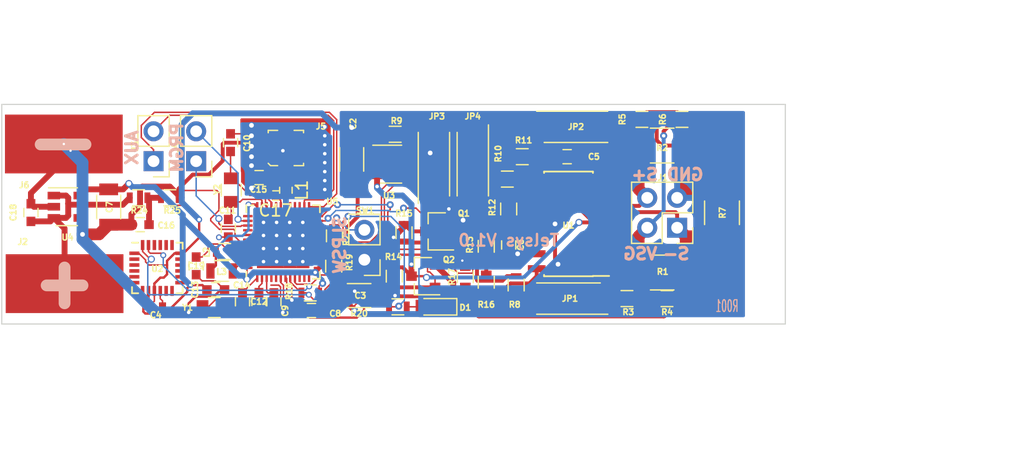
<source format=kicad_pcb>
(kicad_pcb (version 4) (host pcbnew 4.0.7)
  (title_block (title Telsys) (date 2018-03-13) (rev 1.0) (company UVOS))
  (layers (0 F.Cu signal) (31 B.Cu signal) (34 B.Paste user) (35 F.Paste user) (36 B.SilkS user) (37 F.SilkS user) (38 B.Mask user) (39 F.Mask user) (44 Edge.Cuts user))
  (net 0 "")
  (net 1 VGND)
  (net 2 VCC)
  (net 3 "Net-(C4-Pad1)")
  (net 4 "Net-(C6-Pad2)")
  (net 5 NRFGND)
  (net 6 "Net-(C8-Pad2)")
  (net 7 "Net-(C9-Pad1)")
  (net 8 "Net-(C10-Pad1)")
  (net 9 "Net-(C11-Pad1)")
  (net 10 "Net-(C12-Pad1)")
  (net 11 "Net-(C14-Pad2)")
  (net 12 "Net-(C15-Pad2)")
  (net 13 "Net-(C16-Pad1)")
  (net 14 "Net-(C17-Pad1)")
  (net 15 "Net-(C18-Pad1)")
  (net 16 "Net-(C19-Pad1)")
  (net 17 "Net-(D1-Pad2)")
  (net 18 "Net-(J1-Pad1)")
  (net 19 VSG)
  (net 20 "Net-(J1-Pad4)")
  (net 21 "Net-(J3-Pad1)")
  (net 22 "Net-(J3-Pad2)")
  (net 23 "Net-(J4-Pad1)")
  (net 24 "Net-(J4-Pad2)")
  (net 25 "Net-(J5-Pad1)")
  (net 26 "Net-(JP1-Pad1)")
  (net 27 "Net-(JP2-Pad2)")
  (net 28 "Net-(JP3-Pad1)")
  (net 29 "Net-(JP3-Pad2)")
  (net 30 "Net-(JP4-Pad1)")
  (net 31 "Net-(L2-Pad2)")
  (net 32 "Net-(L3-Pad2)")
  (net 33 "Net-(Q1-Pad1)")
  (net 34 "Net-(Q2-Pad1)")
  (net 35 "Net-(R8-Pad1)")
  (net 36 "Net-(R9-Pad2)")
  (net 37 "Net-(R13-Pad2)")
  (net 38 "Net-(R16-Pad2)")
  (net 39 SDA)
  (net 40 SCL)
  (net 41 "Net-(R20-Pad2)")
  (net 42 "Net-(R23-Pad2)")
  (net 43 "Net-(U1-Pad10)")
  (module Capacitors_SMD:C_0603 (layer F.Cu) (at 137.553 103.759 180)
    (fp_text reference C8 (at -2.02 -0.254 180) (layer F.SilkS) (effects (font (size 0.5 0.5) (thickness 0.125))))
    (fp_text value 1uF)
    (pad 2 smd rect (at 0.75 0 180) (size 0.8 0.75) (layers F.Cu F.Paste F.Mask) (net 6 "Net-(C8-Pad2)"))
    (pad 1 smd rect (at -0.75 0 180) (size 0.8 0.75) (layers F.Cu F.Paste F.Mask) (net 1 VGND))
  )
  (module Resistors_SMD:R_0603 (layer F.Cu) (at 130.187 98.7425 180)
    (fp_text reference L2 (at 1.536 -0.0635 270) (layer F.SilkS) (effects (font (size 0.5 0.5) (thickness 0.125))))
    (fp_text value 13nH)
    (pad 1 smd rect (at -0.75 0 180) (size 0.5 0.9) (layers F.Cu F.Paste F.Mask) (net 16 "Net-(C19-Pad1)"))
    (pad 2 smd rect (at 0.75 0 180) (size 0.5 0.9) (layers F.Cu F.Paste F.Mask) (net 31 "Net-(L2-Pad2)"))
  )
  (module Housings_DFN_QFN:QFN-24_4x4mm_Pitch0.5mm (layer F.Cu) (at 124.464 100.1395)
    (fp_text reference U2 (at 0 0.0635) (layer F.SilkS) (effects (font (size 0.5 0.5) (thickness 0.125))))
    (fp_text value ICM20689)
    (pad 1 smd rect (at -1.95 -1.25) (size 0.85 0.3) (layers F.Cu F.Paste F.Mask))
    (pad 2 smd rect (at -1.95 -0.75) (size 0.85 0.3) (layers F.Cu F.Paste F.Mask))
    (pad 3 smd rect (at -1.95 -0.25) (size 0.85 0.3) (layers F.Cu F.Paste F.Mask))
    (pad 4 smd rect (at -1.95 0.25) (size 0.85 0.3) (layers F.Cu F.Paste F.Mask))
    (pad 5 smd rect (at -1.95 0.75) (size 0.85 0.3) (layers F.Cu F.Paste F.Mask))
    (pad 6 smd rect (at -1.95 1.25) (size 0.85 0.3) (layers F.Cu F.Paste F.Mask))
    (pad 7 smd rect (at -1.25 1.95 90) (size 0.85 0.3) (layers F.Cu F.Paste F.Mask))
    (pad 8 smd rect (at -0.75 1.95 90) (size 0.85 0.3) (layers F.Cu F.Paste F.Mask) (net 2 VCC))
    (pad 9 smd rect (at -0.25 1.95 90) (size 0.85 0.3) (layers F.Cu F.Paste F.Mask) (net 1 VGND))
    (pad 10 smd rect (at 0.25 1.95 90) (size 0.85 0.3) (layers F.Cu F.Paste F.Mask) (net 3 "Net-(C4-Pad1)"))
    (pad 11 smd rect (at 0.75 1.95 90) (size 0.85 0.3) (layers F.Cu F.Paste F.Mask))
    (pad 12 smd rect (at 1.25 1.95 90) (size 0.85 0.3) (layers F.Cu F.Paste F.Mask))
    (pad 13 smd rect (at 1.95 1.25) (size 0.85 0.3) (layers F.Cu F.Paste F.Mask) (net 2 VCC))
    (pad 14 smd rect (at 1.95 0.75) (size 0.85 0.3) (layers F.Cu F.Paste F.Mask))
    (pad 15 smd rect (at 1.95 0.25) (size 0.85 0.3) (layers F.Cu F.Paste F.Mask))
    (pad 16 smd rect (at 1.95 -0.25) (size 0.85 0.3) (layers F.Cu F.Paste F.Mask))
    (pad 17 smd rect (at 1.95 -0.75) (size 0.85 0.3) (layers F.Cu F.Paste F.Mask))
    (pad 18 smd rect (at 1.95 -1.25) (size 0.85 0.3) (layers F.Cu F.Paste F.Mask) (net 1 VGND))
    (pad 19 smd rect (at 1.25 -1.95 90) (size 0.85 0.3) (layers F.Cu F.Paste F.Mask))
    (pad 20 smd rect (at 0.75 -1.95 90) (size 0.85 0.3) (layers F.Cu F.Paste F.Mask))
    (pad 21 smd rect (at 0.25 -1.95 90) (size 0.85 0.3) (layers F.Cu F.Paste F.Mask))
    (pad 22 smd rect (at -0.25 -1.95 90) (size 0.85 0.3) (layers F.Cu F.Paste F.Mask))
    (pad 23 smd rect (at -0.75 -1.95 90) (size 0.85 0.3) (layers F.Cu F.Paste F.Mask) (net 40 SCL))
    (pad 24 smd rect (at -1.25 -1.95 90) (size 0.85 0.3) (layers F.Cu F.Paste F.Mask) (net 39 SDA))
  )
  (module Capacitors_SMD:C_0603 (layer F.Cu) (at 134.366 103.009 270)
    (fp_text reference C9 (at 0.774 -0.9525 270) (layer F.SilkS) (effects (font (size 0.5 0.5) (thickness 0.125))))
    (fp_text value 12pF)
    (pad 2 smd rect (at 0.75 0 270) (size 0.8 0.75) (layers F.Cu F.Paste F.Mask) (net 5 NRFGND))
    (pad 1 smd rect (at -0.75 0 270) (size 0.8 0.75) (layers F.Cu F.Paste F.Mask) (net 7 "Net-(C9-Pad1)"))
  )
  (module Housings_DFN_QFN:UQFN-48-1EP_6x6mm_Pitch0.4mm (layer F.Cu) (at 135.1505 97.9325 90)
    (fp_text reference U5 (at 3.4445 4.1685 180) (layer F.SilkS) (effects (font (size 0.5 0.5) (thickness 0.125))))
    (fp_text value nrf52832-qfax)
    (pad 1 smd rect (at -3 -2.2 90) (size 0.8 0.2) (layers F.Cu F.Paste F.Mask) (net 11 "Net-(C14-Pad2)"))
    (pad 2 smd rect (at -3 -1.8 90) (size 0.8 0.2) (layers F.Cu F.Paste F.Mask) (net 10 "Net-(C12-Pad1)"))
    (pad 3 smd rect (at -3 -1.4 90) (size 0.8 0.2) (layers F.Cu F.Paste F.Mask) (net 7 "Net-(C9-Pad1)"))
    (pad 4 smd rect (at -3 -1 90) (size 0.8 0.2) (layers F.Cu F.Paste F.Mask))
    (pad 5 smd rect (at -3 -0.6 90) (size 0.8 0.2) (layers F.Cu F.Paste F.Mask))
    (pad 6 smd rect (at -3 -0.2 90) (size 0.8 0.2) (layers F.Cu F.Paste F.Mask) (net 6 "Net-(C8-Pad2)"))
    (pad 7 smd rect (at -3 0.2 90) (size 0.8 0.2) (layers F.Cu F.Paste F.Mask) (net 1 VGND))
    (pad 8 smd rect (at -3 0.6 90) (size 0.8 0.2) (layers F.Cu F.Paste F.Mask) (net 39 SDA))
    (pad 9 smd rect (at -3 1 90) (size 0.8 0.2) (layers F.Cu F.Paste F.Mask) (net 40 SCL))
    (pad 10 smd rect (at -3 1.4 90) (size 0.8 0.2) (layers F.Cu F.Paste F.Mask))
    (pad 11 smd rect (at -3 1.8 90) (size 0.8 0.2) (layers F.Cu F.Paste F.Mask))
    (pad 12 smd rect (at -3 2.2 90) (size 0.8 0.2) (layers F.Cu F.Paste F.Mask))
    (pad 13 smd rect (at -2.2 3 180) (size 0.8 0.2) (layers F.Cu F.Paste F.Mask) (net 2 VCC))
    (pad 14 smd rect (at -1.8 3 180) (size 0.8 0.2) (layers F.Cu F.Paste F.Mask) (net 41 "Net-(R20-Pad2)"))
    (pad 15 smd rect (at -1.4 3 180) (size 0.8 0.2) (layers F.Cu F.Paste F.Mask))
    (pad 16 smd rect (at -1 3 180) (size 0.8 0.2) (layers F.Cu F.Paste F.Mask))
    (pad 17 smd rect (at -0.6 3 180) (size 0.8 0.2) (layers F.Cu F.Paste F.Mask))
    (pad 18 smd rect (at -0.2 3 180) (size 0.8 0.2) (layers F.Cu F.Paste F.Mask))
    (pad 19 smd rect (at 0.2 3 180) (size 0.8 0.2) (layers F.Cu F.Paste F.Mask) (net 42 "Net-(R23-Pad2)"))
    (pad 20 smd rect (at 0.6 3 180) (size 0.8 0.2) (layers F.Cu F.Paste F.Mask))
    (pad 21 smd rect (at 1 3 180) (size 0.8 0.2) (layers F.Cu F.Paste F.Mask))
    (pad 22 smd rect (at 1.4 3 180) (size 0.8 0.2) (layers F.Cu F.Paste F.Mask))
    (pad 23 smd rect (at 1.8 3 180) (size 0.8 0.2) (layers F.Cu F.Paste F.Mask) (net 34 "Net-(Q2-Pad1)"))
    (pad 24 smd rect (at 2.2 3 180) (size 0.8 0.2) (layers F.Cu F.Paste F.Mask) (net 33 "Net-(Q1-Pad1)"))
    (pad 25 smd rect (at 3 2.2 90) (size 0.8 0.2) (layers F.Cu F.Paste F.Mask) (net 21 "Net-(J3-Pad1)"))
    (pad 26 smd rect (at 3 1.8 90) (size 0.8 0.2) (layers F.Cu F.Paste F.Mask) (net 22 "Net-(J3-Pad2)"))
    (pad 27 smd rect (at 3 1.4 90) (size 0.8 0.2) (layers F.Cu F.Paste F.Mask))
    (pad 28 smd rect (at 3 1 90) (size 0.8 0.2) (layers F.Cu F.Paste F.Mask))
    (pad 29 smd rect (at 3 0.6 90) (size 0.8 0.2) (layers F.Cu F.Paste F.Mask))
    (pad 30 smd rect (at 3 0.2 90) (size 0.8 0.2) (layers F.Cu F.Paste F.Mask) (net 14 "Net-(C17-Pad1)"))
    (pad 31 smd rect (at 3 -0.2 90) (size 0.8 0.2) (layers F.Cu F.Paste F.Mask) (net 5 NRFGND))
    (pad 32 smd rect (at 3 -0.6 90) (size 0.8 0.2) (layers F.Cu F.Paste F.Mask))
    (pad 33 smd rect (at 3 -1 90) (size 0.8 0.2) (layers F.Cu F.Paste F.Mask) (net 12 "Net-(C15-Pad2)"))
    (pad 34 smd rect (at 3 -1.4 90) (size 0.8 0.2) (layers F.Cu F.Paste F.Mask) (net 8 "Net-(C10-Pad1)"))
    (pad 35 smd rect (at 3 -1.8 90) (size 0.8 0.2) (layers F.Cu F.Paste F.Mask) (net 9 "Net-(C11-Pad1)"))
    (pad 36 smd rect (at 3 -2.2 90) (size 0.8 0.2) (layers F.Cu F.Paste F.Mask) (net 2 VCC))
    (pad 37 smd rect (at 2.2 -3 180) (size 0.8 0.2) (layers F.Cu F.Paste F.Mask))
    (pad 38 smd rect (at 1.8 -3 180) (size 0.8 0.2) (layers F.Cu F.Paste F.Mask) (net 24 "Net-(J4-Pad2)"))
    (pad 39 smd rect (at 1.4 -3 180) (size 0.8 0.2) (layers F.Cu F.Paste F.Mask) (net 23 "Net-(J4-Pad1)"))
    (pad 40 smd rect (at 1 -3 180) (size 0.8 0.2) (layers F.Cu F.Paste F.Mask))
    (pad 41 smd rect (at 0.6 -3 180) (size 0.8 0.2) (layers F.Cu F.Paste F.Mask))
    (pad 42 smd rect (at 0.2 -3 180) (size 0.8 0.2) (layers F.Cu F.Paste F.Mask))
    (pad 43 smd rect (at -0.2 -3 180) (size 0.8 0.2) (layers F.Cu F.Paste F.Mask) (net 13 "Net-(C16-Pad1)"))
    (pad 44 smd rect (at -0.6 -3 180) (size 0.8 0.2) (layers F.Cu F.Paste F.Mask))
    (pad 45 smd rect (at -1 -3 180) (size 0.8 0.2) (layers F.Cu F.Paste F.Mask) (net 5 NRFGND))
    (pad 46 smd rect (at -1.4 -3 180) (size 0.8 0.2) (layers F.Cu F.Paste F.Mask) (net 16 "Net-(C19-Pad1)"))
    (pad 47 smd rect (at -1.8 -3 180) (size 0.8 0.2) (layers F.Cu F.Paste F.Mask) (net 32 "Net-(L3-Pad2)"))
    (pad 48 smd rect (at -2.2 -3 180) (size 0.8 0.2) (layers F.Cu F.Paste F.Mask) (net 2 VCC))
    (pad 49 smd rect (at 1.66875 1.66875 90) (size 1.1125 1.1125) (layers F.Cu F.Paste F.Mask) (net 5 NRFGND))
    (pad 49 smd rect (at 1.66875 0.55625 90) (size 1.1125 1.1125) (layers F.Cu F.Paste F.Mask) (net 5 NRFGND))
    (pad 49 smd rect (at 1.66875 -0.55625 90) (size 1.1125 1.1125) (layers F.Cu F.Paste F.Mask) (net 5 NRFGND))
    (pad 49 smd rect (at 1.66875 -1.66875 90) (size 1.1125 1.1125) (layers F.Cu F.Paste F.Mask) (net 5 NRFGND))
    (pad 49 smd rect (at 0.55625 1.66875 90) (size 1.1125 1.1125) (layers F.Cu F.Paste F.Mask) (net 5 NRFGND))
    (pad 49 smd rect (at 0.55625 0.55625 90) (size 1.1125 1.1125) (layers F.Cu F.Paste F.Mask) (net 5 NRFGND))
    (pad 49 smd rect (at 0.55625 -0.55625 90) (size 1.1125 1.1125) (layers F.Cu F.Paste F.Mask) (net 5 NRFGND))
    (pad 49 smd rect (at 0.55625 -1.66875 90) (size 1.1125 1.1125) (layers F.Cu F.Paste F.Mask) (net 5 NRFGND))
    (pad 49 smd rect (at -0.55625 1.66875 90) (size 1.1125 1.1125) (layers F.Cu F.Paste F.Mask) (net 5 NRFGND))
    (pad 49 smd rect (at -0.55625 0.55625 90) (size 1.1125 1.1125) (layers F.Cu F.Paste F.Mask) (net 5 NRFGND))
    (pad 49 smd rect (at -0.55625 -0.55625 90) (size 1.1125 1.1125) (layers F.Cu F.Paste F.Mask) (net 5 NRFGND))
    (pad 49 smd rect (at -0.55625 -1.66875 90) (size 1.1125 1.1125) (layers F.Cu F.Paste F.Mask) (net 5 NRFGND))
    (pad 49 smd rect (at -1.66875 1.66875 90) (size 1.1125 1.1125) (layers F.Cu F.Paste F.Mask) (net 5 NRFGND))
    (pad 49 smd rect (at -1.66875 0.55625 90) (size 1.1125 1.1125) (layers F.Cu F.Paste F.Mask) (net 5 NRFGND))
    (pad 49 smd rect (at -1.66875 -0.55625 90) (size 1.1125 1.1125) (layers F.Cu F.Paste F.Mask) (net 5 NRFGND))
    (pad 49 smd rect (at -1.66875 -1.66875 90) (size 1.1125 1.1125) (layers F.Cu F.Paste F.Mask) (net 5 NRFGND))
  )
  (module Resistors_SMD:R_0805 (layer F.Cu) (at 129.9235 100.3935)
    (fp_text reference L3 (at -0.0025 0.0635) (layer F.SilkS) (effects (font (size 0.5 0.5) (thickness 0.125))))
    (fp_text value 10uH)
    (pad 1 smd rect (at -0.95 0) (size 0.7 1.3) (layers F.Cu F.Paste F.Mask) (net 31 "Net-(L2-Pad2)"))
    (pad 2 smd rect (at 0.95 0) (size 0.7 1.3) (layers F.Cu F.Paste F.Mask) (net 32 "Net-(L3-Pad2)"))
  )
  (module Capacitors_SMD:C_0603 (layer F.Cu) (at 131.699 103.009 90)
    (fp_text reference C14 (at 1.409 -0.0635 180) (layer F.SilkS) (effects (font (size 0.5 0.5) (thickness 0.125))))
    (fp_text value 100nF)
    (pad 2 smd rect (at 0.75 0 90) (size 0.8 0.75) (layers F.Cu F.Paste F.Mask) (net 11 "Net-(C14-Pad2)"))
    (pad 1 smd rect (at -0.75 0 90) (size 0.8 0.75) (layers F.Cu F.Paste F.Mask) (net 5 NRFGND))
  )
  (module Capacitors_SMD:C_0805 (layer F.Cu) (at 129.302 103.505)
    (fp_text reference Y1 (at -2.27 0) (layer F.SilkS) (effects (font (size 0.5 0.5) (thickness 0.125))))
    (fp_text value 32.768KHz)
    (pad 1 smd rect (at -1 0) (size 1 1.25) (layers F.Cu F.Paste F.Mask) (net 10 "Net-(C12-Pad1)"))
    (pad 2 smd rect (at 1 0) (size 1 1.25) (layers F.Cu F.Paste F.Mask) (net 7 "Net-(C9-Pad1)"))
  )
  (module Pin_Headers:Pin_Header_Straight_1x02_Pitch2.54mm (layer F.Cu) (at 124.1425 91.059 180)
    (fp_text reference J3 (at 1.5875 1.27 270) (layer F.SilkS) (effects (font (size 0.5 0.5) (thickness 0.125))))
    (fp_text value PRGM)
    (pad 1 thru_hole rect (at 0 0 180) (size 1.7 1.7) (drill 1) (layers *.Cu *.Mask) (net 21 "Net-(J3-Pad1)"))
    (pad 2 thru_hole oval (at 0 2.54 180) (size 1.7 1.7) (drill 1) (layers *.Cu *.Mask) (net 22 "Net-(J3-Pad2)"))
  )
  (module Resistors_SMD:R_0603 (layer F.Cu) (at 144.895 103.4415 180)
    (fp_text reference R20 (at 3.29 -0.5715 180) (layer F.SilkS) (effects (font (size 0.5 0.5) (thickness 0.125))))
    (fp_text value 6.8k)
    (pad 1 smd rect (at -0.75 0 180) (size 0.5 0.9) (layers F.Cu F.Paste F.Mask) (net 17 "Net-(D1-Pad2)"))
    (pad 2 smd rect (at 0.75 0 180) (size 0.5 0.9) (layers F.Cu F.Paste F.Mask) (net 41 "Net-(R20-Pad2)"))
  )
  (module Capacitors_SMD:C_0805 (layer F.Cu) (at 130.7465 93.5195 270)
    (fp_text reference Y2 (at -0.0475 1.2065 270) (layer F.SilkS) (effects (font (size 0.5 0.5) (thickness 0.125))))
    (fp_text value 32MHz)
    (pad 1 smd rect (at -1 0 270) (size 1 1.25) (layers F.Cu F.Paste F.Mask) (net 8 "Net-(C10-Pad1)"))
    (pad 2 smd rect (at 1 0 270) (size 1 1.25) (layers F.Cu F.Paste F.Mask) (net 9 "Net-(C11-Pad1)"))
  )
  (module Capacitors_SMD:C_0603 (layer F.Cu) (at 129.425 101.981 180)
    (fp_text reference C13 (at 1.766 0 270) (layer F.SilkS) (effects (font (size 0.5 0.5) (thickness 0.125))))
    (fp_text value 1uF)
    (pad 2 smd rect (at 0.75 0 180) (size 0.8 0.75) (layers F.Cu F.Paste F.Mask) (net 2 VCC))
    (pad 1 smd rect (at -0.75 0 180) (size 0.8 0.75) (layers F.Cu F.Paste F.Mask) (net 5 NRFGND))
  )
  (module TO_SOT_Packages_SMD:SOT-23-5 (layer F.Cu) (at 116.7765 94.9325)
    (fp_text reference U4 (at 0.0635 2.6035) (layer F.SilkS) (effects (font (size 0.5 0.5) (thickness 0.125))))
    (fp_text value TLV70032_SOT23-5)
    (pad 1 smd rect (at -1.1 -0.95) (size 1.06 0.65) (layers F.Cu F.Paste F.Mask) (net 15 "Net-(C18-Pad1)"))
    (pad 2 smd rect (at -1.1 0) (size 1.06 0.65) (layers F.Cu F.Paste F.Mask) (net 5 NRFGND))
    (pad 3 smd rect (at -1.1 0.95) (size 1.06 0.65) (layers F.Cu F.Paste F.Mask) (net 15 "Net-(C18-Pad1)"))
    (pad 4 smd rect (at 1.1 0.95) (size 1.06 0.65) (layers F.Cu F.Paste F.Mask))
    (pad 5 smd rect (at 1.1 -0.95) (size 1.06 0.65) (layers F.Cu F.Paste F.Mask) (net 2 VCC))
  )
  (module LEDs:LED_0805 (layer F.Cu) (at 148.1025 103.4415 180)
    (fp_text reference D1 (at -2.5195 -0.0635 180) (layer F.SilkS) (effects (font (size 0.5 0.5) (thickness 0.125))))
    (fp_text value LED_RED)
    (pad 2 smd rect (at 1.1 0) (size 1.2 1.2) (layers F.Cu F.Paste F.Mask) (net 17 "Net-(D1-Pad2)"))
    (pad 1 smd rect (at -1.1 0) (size 1.2 1.2) (layers F.Cu F.Paste F.Mask) (net 5 NRFGND))
  )
  (module Pin_Headers:Pin_Header_Straight_1x02_Pitch2.54mm (layer F.Cu) (at 142.0495 99.441 180)
    (fp_text reference SW1 (at -0.0635 4.191 180) (layer F.SilkS) (effects (font (size 0.5 0.5) (thickness 0.125))))
    (fp_text value SW_Push)
    (pad 1 thru_hole rect (at 0 0 180) (size 1.7 1.7) (drill 1) (layers *.Cu *.Mask) (net 5 NRFGND))
    (pad 2 thru_hole oval (at 0 2.54 180) (size 1.7 1.7) (drill 1) (layers *.Cu *.Mask) (net 42 "Net-(R23-Pad2)"))
  )
  (module TO_SOT_Packages_SMD:SOT-23 (layer F.Cu) (at 147.05 100.838 180)
    (fp_text reference Q2 (at -2.175 1.397 180) (layer F.SilkS) (effects (font (size 0.5 0.5) (thickness 0.125))))
    (fp_text value Q_PMOS_GSD)
    (pad 1 smd rect (at -1 -0.95 180) (size 0.9 0.8) (layers F.Cu F.Paste F.Mask) (net 34 "Net-(Q2-Pad1)"))
    (pad 2 smd rect (at -1 0.95 180) (size 0.9 0.8) (layers F.Cu F.Paste F.Mask) (net 19 VSG))
    (pad 3 smd rect (at 1 0 180) (size 0.9 0.8) (layers F.Cu F.Paste F.Mask) (net 2 VCC))
  )
  (module Capacitors_SMD:C_0603 (layer F.Cu) (at 154.305 98.183 90)
    (fp_text reference C6 (at 0.012 1.016 90) (layer F.SilkS) (effects (font (size 0.5 0.5) (thickness 0.125))))
    (fp_text value 1uF)
    (pad 2 smd rect (at 0.75 0 90) (size 0.8 0.75) (layers F.Cu F.Paste F.Mask) (net 4 "Net-(C6-Pad2)"))
    (pad 1 smd rect (at -0.75 0 90) (size 0.8 0.75) (layers F.Cu F.Paste F.Mask) (net 1 VGND))
  )
  (module Housings_SOIC:SOIC-14_3.9x8.7mm_Pitch1.27mm (layer F.Cu) (at 159.385 96.393 180)
    (fp_text reference U1 (at 0 -0.127 180) (layer F.SilkS) (effects (font (size 0.5 0.5) (thickness 0.125))))
    (fp_text value LM324A)
    (pad 1 smd rect (at -2.7 -3.81 180) (size 1.5 0.6) (layers F.Cu F.Paste F.Mask) (net 35 "Net-(R8-Pad1)"))
    (pad 2 smd rect (at -2.7 -2.54 180) (size 1.5 0.6) (layers F.Cu F.Paste F.Mask) (net 35 "Net-(R8-Pad1)"))
    (pad 3 smd rect (at -2.7 -1.27 180) (size 1.5 0.6) (layers F.Cu F.Paste F.Mask) (net 18 "Net-(J1-Pad1)"))
    (pad 4 smd rect (at -2.7 0 180) (size 1.5 0.6) (layers F.Cu F.Paste F.Mask) (net 2 VCC))
    (pad 5 smd rect (at -2.7 1.27 180) (size 1.5 0.6) (layers F.Cu F.Paste F.Mask) (net 20 "Net-(J1-Pad4)"))
    (pad 6 smd rect (at -2.7 2.54 180) (size 1.5 0.6) (layers F.Cu F.Paste F.Mask) (net 43 "Net-(U1-Pad10)"))
    (pad 7 smd rect (at -2.7 3.81 180) (size 1.5 0.6) (layers F.Cu F.Paste F.Mask) (net 43 "Net-(U1-Pad10)"))
    (pad 8 smd rect (at 2.7 3.81 180) (size 1.5 0.6) (layers F.Cu F.Paste F.Mask) (net 30 "Net-(JP4-Pad1)"))
    (pad 9 smd rect (at 2.7 2.54 180) (size 1.5 0.6) (layers F.Cu F.Paste F.Mask) (net 29 "Net-(JP3-Pad2)"))
    (pad 10 smd rect (at 2.7 1.27 180) (size 1.5 0.6) (layers F.Cu F.Paste F.Mask) (net 43 "Net-(U1-Pad10)"))
    (pad 11 smd rect (at 2.7 0 180) (size 1.5 0.6) (layers F.Cu F.Paste F.Mask) (net 1 VGND))
    (pad 12 smd rect (at 2.7 -1.27 180) (size 1.5 0.6) (layers F.Cu F.Paste F.Mask) (net 4 "Net-(C6-Pad2)"))
    (pad 13 smd rect (at 2.7 -2.54 180) (size 1.5 0.6) (layers F.Cu F.Paste F.Mask) (net 37 "Net-(R13-Pad2)"))
    (pad 14 smd rect (at 2.7 -3.81 180) (size 1.5 0.6) (layers F.Cu F.Paste F.Mask) (net 38 "Net-(R16-Pad2)"))
  )
  (module Buttons_Switches_SMD:SW_DIP_x1_W5.08mm_Slide_Copal_CHS-A (layer F.Cu) (at 160.02 88.138)
    (fp_text reference JP2 (at 0 0) (layer F.SilkS) (effects (font (size 0.5 0.5) (thickness 0.125))))
    (fp_text value Jumper_NO_Small)
    (pad 1 smd rect (at -2.54 0) (size 1.6 0.76) (layers F.Cu F.Paste F.Mask) (net 20 "Net-(J1-Pad4)"))
    (pad 2 smd rect (at 2.54 0) (size 1.6 0.76) (layers F.Cu F.Paste F.Mask) (net 27 "Net-(JP2-Pad2)"))
  )
  (module Capacitors_SMD:C_1206 (layer F.Cu) (at 140.97 90.908 90)
    (fp_text reference C2 (at 3.024 0.127 90) (layer F.SilkS) (effects (font (size 0.5 0.5) (thickness 0.125))))
    (fp_text value 10nF)
    (pad 1 smd rect (at -1.5 0 90) (size 1 1.6) (layers F.Cu F.Paste F.Mask) (net 2 VCC))
    (pad 2 smd rect (at 1.5 0 90) (size 1 1.6) (layers F.Cu F.Paste F.Mask) (net 1 VGND))
  )
  (module Capacitors_SMD:C_1206 (layer F.Cu) (at 141.6036 102.489 180)
    (fp_text reference C3 (at -0.103 0 180) (layer F.SilkS) (effects (font (size 0.5 0.5) (thickness 0.125))))
    (fp_text value 10nF)
    (pad 1 smd rect (at -1.5 0 180) (size 1 1.6) (layers F.Cu F.Paste F.Mask) (net 2 VCC))
    (pad 2 smd rect (at 1.5 0 180) (size 1 1.6) (layers F.Cu F.Paste F.Mask) (net 1 VGND))
  )
  (module Capacitors_SMD:C_0402_NoSilk (layer F.Cu) (at 124.3545 103.3145 180)
    (fp_text reference C4 (at 0.0215 -0.8255 180) (layer F.SilkS) (effects (font (size 0.5 0.5) (thickness 0.125))))
    (fp_text value 0.47uF)
    (pad 1 smd rect (at -0.55 0 180) (size 0.6 0.5) (layers F.Cu F.Paste F.Mask) (net 3 "Net-(C4-Pad1)"))
    (pad 2 smd rect (at 0.55 0 180) (size 0.6 0.5) (layers F.Cu F.Paste F.Mask) (net 1 VGND))
  )
  (module Capacitors_SMD:C_0603 (layer F.Cu) (at 159.27 90.678 180)
    (fp_text reference C5 (at -2.274 0 180) (layer F.SilkS) (effects (font (size 0.5 0.5) (thickness 0.125))))
    (fp_text value 1uF)
    (pad 2 smd rect (at 0.75 0 180) (size 0.8 0.75) (layers F.Cu F.Paste F.Mask) (net 1 VGND))
    (pad 1 smd rect (at -0.75 0 180) (size 0.8 0.75) (layers F.Cu F.Paste F.Mask) (net 2 VCC))
  )
  (module Capacitors_SMD:C_1206 (layer F.Cu) (at 120.3325 94.9565 270)
    (fp_text reference C7 (at 0 -0.0635 270) (layer F.SilkS) (effects (font (size 0.5 0.5) (thickness 0.125))))
    (fp_text value 10uF)
    (pad 1 smd rect (at -1.5 0 270) (size 1 1.6) (layers F.Cu F.Paste F.Mask) (net 2 VCC))
    (pad 2 smd rect (at 1.5 0 270) (size 1 1.6) (layers F.Cu F.Paste F.Mask) (net 5 NRFGND))
  )
  (module Capacitors_SMD:C_0603 (layer F.Cu) (at 130.683 89.4835 90)
    (fp_text reference C10 (at -0.0515 1.397 90) (layer F.SilkS) (effects (font (size 0.5 0.5) (thickness 0.125))))
    (fp_text value 12pF)
    (pad 2 smd rect (at 0.75 0 90) (size 0.8 0.75) (layers F.Cu F.Paste F.Mask) (net 5 NRFGND))
    (pad 1 smd rect (at -0.75 0 90) (size 0.8 0.75) (layers F.Cu F.Paste F.Mask) (net 8 "Net-(C10-Pad1)"))
  )
  (module Capacitors_SMD:C_0603 (layer F.Cu) (at 130.4925 96.762 270)
    (fp_text reference C11 (at -1.512 0.0635 360) (layer F.SilkS) (effects (font (size 0.5 0.5) (thickness 0.125))))
    (fp_text value 12pF)
    (pad 2 smd rect (at 0.75 0 270) (size 0.8 0.75) (layers F.Cu F.Paste F.Mask) (net 5 NRFGND))
    (pad 1 smd rect (at -0.75 0 270) (size 0.8 0.75) (layers F.Cu F.Paste F.Mask) (net 9 "Net-(C11-Pad1)"))
  )
  (module Capacitors_SMD:C_0603 (layer F.Cu) (at 133.096 102.985 270)
    (fp_text reference C12 (at 0.012 0 360) (layer F.SilkS) (effects (font (size 0.5 0.5) (thickness 0.125))))
    (fp_text value 12pF)
    (pad 2 smd rect (at 0.75 0 270) (size 0.8 0.75) (layers F.Cu F.Paste F.Mask) (net 5 NRFGND))
    (pad 1 smd rect (at -0.75 0 270) (size 0.8 0.75) (layers F.Cu F.Paste F.Mask) (net 10 "Net-(C12-Pad1)"))
  )
  (module Capacitors_SMD:C_0603 (layer F.Cu) (at 133.108 92.456)
    (fp_text reference C15 (at -0.0515 1.016) (layer F.SilkS) (effects (font (size 0.5 0.5) (thickness 0.125))))
    (fp_text value 100pF)
    (pad 2 smd rect (at 0.75 0) (size 0.8 0.75) (layers F.Cu F.Paste F.Mask) (net 12 "Net-(C15-Pad2)"))
    (pad 1 smd rect (at -0.75 0) (size 0.8 0.75) (layers F.Cu F.Paste F.Mask) (net 5 NRFGND))
  )
  (module Capacitors_SMD:C_0603 (layer F.Cu) (at 123.0115 96.4565 180)
    (fp_text reference C16 (at -2.2105 -0.0635 180) (layer F.SilkS) (effects (font (size 0.5 0.5) (thickness 0.125))))
    (fp_text value 1uf)
    (pad 2 smd rect (at 0.75 0 180) (size 0.8 0.75) (layers F.Cu F.Paste F.Mask) (net 5 NRFGND))
    (pad 1 smd rect (at -0.75 0 180) (size 0.8 0.75) (layers F.Cu F.Paste F.Mask) (net 13 "Net-(C16-Pad1)"))
  )
  (module Capacitors_SMD:C_0603 (layer F.Cu) (at 113.7285 95.4285 90)
    (fp_text reference C18 (at 0 -1.5 90) (layer F.SilkS) (effects (font (size 0.5 0.5) (thickness 0.125))))
    (fp_text value 1uF)
    (pad 2 smd rect (at 0.75 0 90) (size 0.8 0.75) (layers F.Cu F.Paste F.Mask) (net 5 NRFGND))
    (pad 1 smd rect (at -0.75 0 90) (size 0.8 0.75) (layers F.Cu F.Paste F.Mask) (net 15 "Net-(C18-Pad1)"))
  )
  (module Capacitors_SMD:C_0603 (layer F.Cu) (at 127.762 99.961 270)
    (fp_text reference C19 (at 0 0 360) (layer F.SilkS) (effects (font (size 0.5 0.5) (thickness 0.125))))
    (fp_text value 1uF)
    (pad 2 smd rect (at 0.75 0 270) (size 0.8 0.75) (layers F.Cu F.Paste F.Mask) (net 5 NRFGND))
    (pad 1 smd rect (at -0.75 0 270) (size 0.8 0.75) (layers F.Cu F.Paste F.Mask) (net 16 "Net-(C19-Pad1)"))
  )
  (module Pin_Headers:Pin_Header_Straight_2x02_Pitch2.54mm (layer F.Cu) (at 168.612 96.716932 180)
    (fp_text reference J1 (at 1.226 4.260932 180) (layer F.SilkS) (effects (font (size 0.5 0.5) (thickness 0.125))))
    (fp_text value Conn_02x02_Odd_Even)
    (pad 1 thru_hole rect (at 0 0 180) (size 1.7 1.7) (drill 1) (layers *.Cu *.Mask) (net 18 "Net-(J1-Pad1)"))
    (pad 2 thru_hole oval (at 2.54 0 180) (size 1.7 1.7) (drill 1) (layers *.Cu *.Mask) (net 19 VSG))
    (pad 3 thru_hole oval (at 0 2.54 180) (size 1.7 1.7) (drill 1) (layers *.Cu *.Mask) (net 1 VGND))
    (pad 4 thru_hole oval (at 2.54 2.54 180) (size 1.7 1.7) (drill 1) (layers *.Cu *.Mask) (net 20 "Net-(J1-Pad4)"))
  )
  (module Wire_Pads:SolderWirePad_single_SMD_5x10mm (layer F.Cu) (at 116.586 101.473 90)
    (fp_text reference J2 (at 3.556 -3.556 180) (layer F.SilkS) (effects (font (size 0.5 0.5) (thickness 0.125))))
    (fp_text value INPUTV)
    (pad 1 smd rect (at 0 0 90) (size 5 10) (layers F.Cu F.Paste F.Mask) (net 15 "Net-(C18-Pad1)"))
  )
  (module Pin_Headers:Pin_Header_Straight_1x02_Pitch2.54mm (layer F.Cu) (at 127.762 91.059 180)
    (fp_text reference J4 (at 1.778 1.143 270) (layer F.SilkS) (effects (font (size 0.5 0.5) (thickness 0.125))))
    (fp_text value UART)
    (pad 1 thru_hole rect (at 0 0 180) (size 1.7 1.7) (drill 1) (layers *.Cu *.Mask) (net 23 "Net-(J4-Pad1)"))
    (pad 2 thru_hole oval (at 0 2.54 180) (size 1.7 1.7) (drill 1) (layers *.Cu *.Mask) (net 24 "Net-(J4-Pad2)"))
  )
  (module Connectors_Molex:Molex_Microcoaxial_RF (layer F.Cu) (at 135.382 89.94)
    (fp_text reference J5 (at 2.9845 -1.8415) (layer F.SilkS) (effects (font (size 0.5 0.5) (thickness 0.125))))
    (fp_text value Conn_Coaxial)
    (pad 2 smd rect (at -1.475 0) (size 1.05 2.2) (layers F.Cu F.Paste F.Mask) (net 5 NRFGND))
    (pad 2 smd rect (at 1.475 0) (size 1.05 2.2) (layers F.Cu F.Paste F.Mask) (net 5 NRFGND))
    (pad 2 smd rect (at 0 -1.5) (size 1 1) (layers F.Cu F.Paste F.Mask) (net 5 NRFGND))
    (pad 1 smd rect (at 0 1.5) (size 1 1) (layers F.Cu F.Paste F.Mask) (net 25 "Net-(J5-Pad1)"))
  )
  (module Wire_Pads:SolderWirePad_single_SMD_5x10mm (layer F.Cu) (at 116.5225 89.5985 90)
    (fp_text reference J6 (at -3.4925 -3.3655 180) (layer F.SilkS) (effects (font (size 0.5 0.5) (thickness 0.125))))
    (fp_text value INPUTGND)
    (pad 1 smd rect (at 0 0 90) (size 5 10) (layers F.Cu F.Paste F.Mask) (net 5 NRFGND))
  )
  (module Buttons_Switches_SMD:SW_DIP_x1_W5.08mm_Slide_Copal_CHS-A (layer F.Cu) (at 159.385 102.743 180)
    (fp_text reference JP1 (at -0.127 0 180) (layer F.SilkS) (effects (font (size 0.5 0.5) (thickness 0.125))))
    (fp_text value Jumper_NO_Small)
    (pad 1 smd rect (at -2.54 0 180) (size 1.6 0.76) (layers F.Cu F.Paste F.Mask) (net 26 "Net-(JP1-Pad1)"))
    (pad 2 smd rect (at 2.54 0 180) (size 1.6 0.76) (layers F.Cu F.Paste F.Mask) (net 18 "Net-(J1-Pad1)"))
  )
  (module Buttons_Switches_SMD:SW_DIP_x1_W5.08mm_Slide_Copal_CHS-A (layer F.Cu) (at 147.955 91.313 90)
    (fp_text reference JP3 (at 4.064 0.254 180) (layer F.SilkS) (effects (font (size 0.5 0.5) (thickness 0.125))))
    (fp_text value JPC)
    (pad 1 smd rect (at -2.54 0 90) (size 1.6 0.76) (layers F.Cu F.Paste F.Mask) (net 28 "Net-(JP3-Pad1)"))
    (pad 2 smd rect (at 2.54 0 90) (size 1.6 0.76) (layers F.Cu F.Paste F.Mask) (net 29 "Net-(JP3-Pad2)"))
  )
  (module Buttons_Switches_SMD:SW_DIP_x1_W5.08mm_Slide_Copal_CHS-A (layer F.Cu) (at 151.257 91.313 270)
    (fp_text reference JP4 (at -4.064 0 360) (layer F.SilkS) (effects (font (size 0.5 0.5) (thickness 0.125))))
    (fp_text value JPC)
    (pad 1 smd rect (at -2.54 0 270) (size 1.6 0.76) (layers F.Cu F.Paste F.Mask) (net 30 "Net-(JP4-Pad1)"))
    (pad 2 smd rect (at 2.54 0 270) (size 1.6 0.76) (layers F.Cu F.Paste F.Mask) (net 28 "Net-(JP3-Pad1)"))
  )
  (module TO_SOT_Packages_SMD:SOT-23 (layer F.Cu) (at 148.225 97.028 180)
    (fp_text reference Q1 (at -2.27 1.524 180) (layer F.SilkS) (effects (font (size 0.5 0.5) (thickness 0.125))))
    (fp_text value Q_NMOS_GSD)
    (pad 1 smd rect (at -1 -0.95 180) (size 0.9 0.8) (layers F.Cu F.Paste F.Mask) (net 33 "Net-(Q1-Pad1)"))
    (pad 2 smd rect (at -1 0.95 180) (size 0.9 0.8) (layers F.Cu F.Paste F.Mask) (net 1 VGND))
    (pad 3 smd rect (at 1 0 180) (size 0.9 0.8) (layers F.Cu F.Paste F.Mask) (net 5 NRFGND))
  )
  (module Resistors_SMD:R_0603 (layer F.Cu) (at 164.35 102.743)
    (fp_text reference R3 (at 0.115 1.143) (layer F.SilkS) (effects (font (size 0.5 0.5) (thickness 0.125))))
    (fp_text value 100K)
    (pad 1 smd rect (at -0.75 0) (size 0.5 0.9) (layers F.Cu F.Paste F.Mask) (net 26 "Net-(JP1-Pad1)"))
    (pad 2 smd rect (at 0.75 0) (size 0.5 0.9) (layers F.Cu F.Paste F.Mask) (net 19 VSG))
  )
  (module Resistors_SMD:R_0603 (layer F.Cu) (at 167.75 102.743 180)
    (fp_text reference R4 (at -0.012 -1.143 180) (layer F.SilkS) (effects (font (size 0.5 0.5) (thickness 0.125))))
    (fp_text value 100K)
    (pad 1 smd rect (at -0.75 0 180) (size 0.5 0.9) (layers F.Cu F.Paste F.Mask) (net 1 VGND))
    (pad 2 smd rect (at 0.75 0 180) (size 0.5 0.9) (layers F.Cu F.Paste F.Mask) (net 26 "Net-(JP1-Pad1)"))
  )
  (module Resistors_SMD:R_0603 (layer F.Cu) (at 165.62 87.503 180)
    (fp_text reference R5 (at 1.663 0 270) (layer F.SilkS) (effects (font (size 0.5 0.5) (thickness 0.125))))
    (fp_text value 100K)
    (pad 1 smd rect (at -0.75 0 180) (size 0.5 0.9) (layers F.Cu F.Paste F.Mask) (net 1 VGND))
    (pad 2 smd rect (at 0.75 0 180) (size 0.5 0.9) (layers F.Cu F.Paste F.Mask) (net 27 "Net-(JP2-Pad2)"))
  )
  (module Resistors_SMD:R_0603 (layer F.Cu) (at 169.025 87.503 180)
    (fp_text reference R6 (at 1.639 0 270) (layer F.SilkS) (effects (font (size 0.5 0.5) (thickness 0.125))))
    (fp_text value 100K)
    (pad 1 smd rect (at -0.75 0 180) (size 0.5 0.9) (layers F.Cu F.Paste F.Mask) (net 27 "Net-(JP2-Pad2)"))
    (pad 2 smd rect (at 0.75 0 180) (size 0.5 0.9) (layers F.Cu F.Paste F.Mask) (net 19 VSG))
  )
  (module Resistors_SMD:R_0603 (layer F.Cu) (at 154.94 101.588 90)
    (fp_text reference R8 (at -1.663 -0.127 180) (layer F.SilkS) (effects (font (size 0.5 0.5) (thickness 0.125))))
    (fp_text value 560R)
    (pad 1 smd rect (at -0.75 0 90) (size 0.5 0.9) (layers F.Cu F.Paste F.Mask) (net 35 "Net-(R8-Pad1)"))
    (pad 2 smd rect (at 0.75 0 90) (size 0.5 0.9) (layers F.Cu F.Paste F.Mask) (net 29 "Net-(JP3-Pad2)"))
  )
  (module Resistors_SMD:R_0603 (layer F.Cu) (at 144.665 88.773 180)
    (fp_text reference R9 (at -0.115 1.143 180) (layer F.SilkS) (effects (font (size 0.5 0.5) (thickness 0.125))))
    (fp_text value 68K)
    (pad 1 smd rect (at -0.75 0 180) (size 0.5 0.9) (layers F.Cu F.Paste F.Mask) (net 29 "Net-(JP3-Pad2)"))
    (pad 2 smd rect (at 0.75 0 180) (size 0.5 0.9) (layers F.Cu F.Paste F.Mask) (net 36 "Net-(R9-Pad2)"))
  )
  (module Resistors_SMD:R_0603 (layer F.Cu) (at 154.19 92.583)
    (fp_text reference R10 (at -0.774 -2.159 90) (layer F.SilkS) (effects (font (size 0.5 0.5) (thickness 0.125))))
    (fp_text value 150K)
    (pad 1 smd rect (at -0.75 0) (size 0.5 0.9) (layers F.Cu F.Paste F.Mask) (net 28 "Net-(JP3-Pad1)"))
    (pad 2 smd rect (at 0.75 0) (size 0.5 0.9) (layers F.Cu F.Paste F.Mask) (net 29 "Net-(JP3-Pad2)"))
  )
  (module Resistors_SMD:R_0603 (layer F.Cu) (at 155.46 90.678 180)
    (fp_text reference R11 (at -0.115 1.397 180) (layer F.SilkS) (effects (font (size 0.5 0.5) (thickness 0.125))))
    (fp_text value 300K)
    (pad 1 smd rect (at -0.75 0 180) (size 0.5 0.9) (layers F.Cu F.Paste F.Mask) (net 30 "Net-(JP4-Pad1)"))
    (pad 2 smd rect (at 0.75 0 180) (size 0.5 0.9) (layers F.Cu F.Paste F.Mask) (net 28 "Net-(JP3-Pad1)"))
  )
  (module Resistors_SMD:R_0603 (layer F.Cu) (at 154.305 95.123 270)
    (fp_text reference R12 (at -0.127 1.397 270) (layer F.SilkS) (effects (font (size 0.5 0.5) (thickness 0.125))))
    (fp_text value 5.6K)
    (pad 1 smd rect (at -0.75 0 270) (size 0.5 0.9) (layers F.Cu F.Paste F.Mask) (net 30 "Net-(JP4-Pad1)"))
    (pad 2 smd rect (at 0.75 0 270) (size 0.5 0.9) (layers F.Cu F.Paste F.Mask) (net 4 "Net-(C6-Pad2)"))
  )
  (module Resistors_SMD:R_0603 (layer F.Cu) (at 152.4 98.298 270)
    (fp_text reference R13 (at -0.127 1.397 270) (layer F.SilkS) (effects (font (size 0.5 0.5) (thickness 0.125))))
    (fp_text value 10K)
    (pad 1 smd rect (at -0.75 0 270) (size 0.5 0.9) (layers F.Cu F.Paste F.Mask) (net 1 VGND))
    (pad 2 smd rect (at 0.75 0 270) (size 0.5 0.9) (layers F.Cu F.Paste F.Mask) (net 37 "Net-(R13-Pad2)"))
  )
  (module Resistors_SMD:R_0603 (layer F.Cu) (at 144.5895 100.838 270)
    (fp_text reference R14 (at -1.651 0.0635 360) (layer F.SilkS) (effects (font (size 0.5 0.5) (thickness 0.125))))
    (fp_text value 100K)
    (pad 1 smd rect (at -0.75 0 270) (size 0.5 0.9) (layers F.Cu F.Paste F.Mask) (net 2 VCC))
    (pad 2 smd rect (at 0.75 0 270) (size 0.5 0.9) (layers F.Cu F.Paste F.Mask) (net 34 "Net-(Q2-Pad1)"))
  )
  (module Resistors_SMD:R_0603 (layer F.Cu) (at 145.415 97.143 270)
    (fp_text reference R15 (at -1.639 0 360) (layer F.SilkS) (effects (font (size 0.5 0.5) (thickness 0.125))))
    (fp_text value 100K)
    (pad 1 smd rect (at -0.75 0 270) (size 0.5 0.9) (layers F.Cu F.Paste F.Mask) (net 5 NRFGND))
    (pad 2 smd rect (at 0.75 0 270) (size 0.5 0.9) (layers F.Cu F.Paste F.Mask) (net 33 "Net-(Q1-Pad1)"))
  )
  (module Resistors_SMD:R_0603 (layer F.Cu) (at 152.4 101.358 270)
    (fp_text reference R16 (at 1.893 0 360) (layer F.SilkS) (effects (font (size 0.5 0.5) (thickness 0.125))))
    (fp_text value 10K)
    (pad 1 smd rect (at -0.75 0 270) (size 0.5 0.9) (layers F.Cu F.Paste F.Mask) (net 37 "Net-(R13-Pad2)"))
    (pad 2 smd rect (at 0.75 0 270) (size 0.5 0.9) (layers F.Cu F.Paste F.Mask) (net 38 "Net-(R16-Pad2)"))
  )
  (module Resistors_SMD:R_0603 (layer F.Cu) (at 150.622 100.8895 90)
    (fp_text reference R17 (at 0 -1.143 90) (layer F.SilkS) (effects (font (size 0.5 0.5) (thickness 0.125))))
    (fp_text value 5.6K)
    (pad 1 smd rect (at -0.75 0 90) (size 0.5 0.9) (layers F.Cu F.Paste F.Mask) (net 38 "Net-(R16-Pad2)"))
    (pad 2 smd rect (at 0.75 0 90) (size 0.5 0.9) (layers F.Cu F.Paste F.Mask) (net 6 "Net-(C8-Pad2)"))
  )
  (module Resistors_SMD:R_0603 (layer F.Cu) (at 137.4528 102.2604 180)
    (fp_text reference R18 (at 1.79 0.127 270) (layer F.SilkS) (effects (font (size 0.5 0.5) (thickness 0.125))))
    (fp_text value 1K)
    (pad 1 smd rect (at -0.75 0 180) (size 0.5 0.9) (layers F.Cu F.Paste F.Mask) (net 2 VCC))
    (pad 2 smd rect (at 0.75 0 180) (size 0.5 0.9) (layers F.Cu F.Paste F.Mask) (net 39 SDA))
  )
  (module Resistors_SMD:R_0603 (layer F.Cu) (at 139.446 99.9864 270)
    (fp_text reference R19 (at -0.3168 -1.3208 270) (layer F.SilkS) (effects (font (size 0.5 0.5) (thickness 0.125))))
    (fp_text value 1K)
    (pad 1 smd rect (at -0.75 0 270) (size 0.5 0.9) (layers F.Cu F.Paste F.Mask) (net 2 VCC))
    (pad 2 smd rect (at 0.75 0 270) (size 0.5 0.9) (layers F.Cu F.Paste F.Mask) (net 40 SCL))
  )
  (module Resistors_SMD:R_0603 (layer F.Cu) (at 139.5095 97.409 90)
    (fp_text reference R23 (at -0.127 1.0033 90) (layer F.SilkS) (effects (font (size 0.5 0.5) (thickness 0.125))))
    (fp_text value 10K)
    (pad 1 smd rect (at -0.75 0 90) (size 0.5 0.9) (layers F.Cu F.Paste F.Mask) (net 2 VCC))
    (pad 2 smd rect (at 0.75 0 90) (size 0.5 0.9) (layers F.Cu F.Paste F.Mask) (net 42 "Net-(R23-Pad2)"))
  )
  (module Resistors_SMD:R_0603 (layer F.Cu) (at 122.8725 94.1705 180)
    (fp_text reference R24 (at -0.0635 -1.0795 180) (layer F.SilkS) (effects (font (size 0.5 0.5) (thickness 0.125))))
    (fp_text value 10M)
    (pad 1 smd rect (at -0.75 0 180) (size 0.5 0.9) (layers F.Cu F.Paste F.Mask) (net 13 "Net-(C16-Pad1)"))
    (pad 2 smd rect (at 0.75 0 180) (size 0.5 0.9) (layers F.Cu F.Paste F.Mask) (net 15 "Net-(C18-Pad1)"))
  )
  (module Resistors_SMD:R_0603 (layer F.Cu) (at 125.5275 94.1705 180)
    (fp_text reference R25 (at -0.2025 -1.0795 180) (layer F.SilkS) (effects (font (size 0.5 0.5) (thickness 0.125))))
    (fp_text value 10M)
    (pad 1 smd rect (at -0.75 0 180) (size 0.5 0.9) (layers F.Cu F.Paste F.Mask) (net 5 NRFGND))
    (pad 2 smd rect (at 0.75 0 180) (size 0.5 0.9) (layers F.Cu F.Paste F.Mask) (net 13 "Net-(C16-Pad1)"))
  )
  (module TO_SOT_Packages_SMD:SOT-23-6 (layer F.Cu) (at 144.315 91.313)
    (fp_text reference U3 (at -0.17 2.667) (layer F.SilkS) (effects (font (size 0.5 0.5) (thickness 0.125))))
    (fp_text value MCP4725)
    (pad 1 smd rect (at -1.1 -0.95) (size 1.06 0.65) (layers F.Cu F.Paste F.Mask) (net 36 "Net-(R9-Pad2)"))
    (pad 2 smd rect (at -1.1 0) (size 1.06 0.65) (layers F.Cu F.Paste F.Mask) (net 1 VGND))
    (pad 3 smd rect (at -1.1 0.95) (size 1.06 0.65) (layers F.Cu F.Paste F.Mask) (net 2 VCC))
    (pad 4 smd rect (at 1.1 0.95) (size 1.06 0.65) (layers F.Cu F.Paste F.Mask) (net 39 SDA))
    (pad 6 smd rect (at 1.1 -0.95) (size 1.06 0.65) (layers F.Cu F.Paste F.Mask) (net 1 VGND))
    (pad 5 smd rect (at 1.1 0) (size 1.06 0.65) (layers F.Cu F.Paste F.Mask) (net 40 SCL))
  )
  (module Resistors_SMD:R_1210_HandSoldering (layer F.Cu) (at 167.342 100.526932)
    (fp_text reference R1 (at 0.044 -0.069932) (layer F.SilkS) (effects (font (size 0.5 0.5) (thickness 0.125))))
    (fp_text value R)
    (pad 1 smd rect (at -2 0) (size 2 2.5) (layers F.Cu F.Paste F.Mask) (net 19 VSG))
    (pad 2 smd rect (at 2 0) (size 2 2.5) (layers F.Cu F.Paste F.Mask) (net 18 "Net-(J1-Pad1)"))
  )
  (module Resistors_SMD:R_1210_HandSoldering (layer F.Cu) (at 167.342 89.731932)
    (fp_text reference R2 (at 0 0.184068) (layer F.SilkS) (effects (font (size 0.5 0.5) (thickness 0.125))))
    (fp_text value R)
    (pad 1 smd rect (at -2 0) (size 2 2.5) (layers F.Cu F.Paste F.Mask) (net 20 "Net-(J1-Pad4)"))
    (pad 2 smd rect (at 2 0) (size 2 2.5) (layers F.Cu F.Paste F.Mask) (net 1 VGND))
  )
  (module Resistors_SMD:R_1210_HandSoldering (layer F.Cu) (at 172.422 95.446932 90)
    (fp_text reference R7 (at 0 0.044 90) (layer F.SilkS) (effects (font (size 0.5 0.5) (thickness 0.125))))
    (fp_text value R)
    (pad 1 smd rect (at -2 0 90) (size 2 2.5) (layers F.Cu F.Paste F.Mask) (net 18 "Net-(J1-Pad1)"))
    (pad 2 smd rect (at 2 0 90) (size 2 2.5) (layers F.Cu F.Paste F.Mask) (net 1 VGND))
  )
  (module Capacitors_SMD:C_0201 (layer F.Cu) (at 134.519 93.98 180)
    (fp_text reference C17 (at 0 -1.27 180) (layer F.SilkS))
    (fp_text value 0.8pF)
    (pad 1 smd rect (at -0.28 0 180) (size 0.3 0.35) (layers F.Cu F.Paste F.Mask) (net 14 "Net-(C17-Pad1)"))
    (pad 2 smd rect (at 0.28 0 180) (size 0.3 0.35) (layers F.Cu F.Paste F.Mask) (net 5 NRFGND))
  )
  (module Resistors_SMD:R_0402 (layer F.Cu) (at 135.382 93.53 270)
    (fp_text reference L1 (at 0 -1.35 270) (layer F.SilkS))
    (fp_text value 3.9nH)
    (pad 1 smd rect (at -0.45 0 270) (size 0.4 0.6) (layers F.Cu F.Paste F.Mask) (net 25 "Net-(J5-Pad1)"))
    (pad 2 smd rect (at 0.45 0 270) (size 0.4 0.6) (layers F.Cu F.Paste F.Mask) (net 14 "Net-(C17-Pad1)"))
  )
  (gr_text R001 (at 172.847 103.378) (layer B.SilkS) (effects (font (size 1 0.5) (thickness 0.1)) (justify mirror)))
  (gr_text "SLPSW\n" (at 139.954 98.171 90) (layer B.SilkS) (effects (font (size 1 1) (thickness 0.25)) (justify mirror)))
  (gr_text PRGM (at 126.111 89.916 90) (layer B.SilkS) (effects (font (size 1 1) (thickness 0.25)) (justify mirror)))
  (gr_text "AUX\n" (at 122.301 89.916 90) (layer B.SilkS) (effects (font (size 1 1) (thickness 0.25)) (justify mirror)))
  (gr_text S- (at 168.529 98.933) (layer B.SilkS) (effects (font (size 1 1) (thickness 0.25)) (justify mirror)))
  (gr_text "S+\n" (at 165.862 92.202) (layer B.SilkS) (effects (font (size 1 1) (thickness 0.25)) (justify mirror)))
  (gr_text "GND\n" (at 169.291 92.202) (layer B.SilkS) (effects (font (size 1 1) (thickness 0.25)) (justify mirror)))
  (gr_text VSG (at 165.481 98.933) (layer B.SilkS) (effects (font (size 1 1) (thickness 0.25)) (justify mirror)))
  (gr_text + (at 116.586 101.346) (layer B.SilkS) (effects (font (size 4 4) (thickness 1)) (justify mirror)))
  (gr_text - (at 116.459 89.281) (layer B.SilkS) (effects (font (size 5 5) (thickness 1)) (justify mirror)))
  (gr_text "Telsys V1.0" (at 154.305 97.79) (layer B.SilkS) (effects (font (size 1 1) (thickness 0.2)) (justify mirror)))
  (gr_line (start 111.252 104.902) (end 111.252 86.233) (layer Edge.Cuts) (width 0.1))
  (gr_line (start 177.8 104.902) (end 111.252 104.902) (layer Edge.Cuts) (width 0.1))
  (gr_line (start 177.8 86.233) (end 177.8 104.902) (layer Edge.Cuts) (width 0.1))
  (gr_line (start 111.252 86.233) (end 177.8 86.233) (layer Edge.Cuts) (width 0.1))
  (segment (start 136.704 93.726) (end 136.704 93.166) (width 0.125) (layer F.Cu) (net 0))
  (segment (start 136.704 93.166) (end 136.906 92.964) (width 0.125) (layer F.Cu) (net 0))
  (via (at 132.461 93.345) (size 0.6) (drill 0.4) (layers F.Cu B.Cu) (net 0))
  (segment (start 128.016 96.025002) (end 128.016 97.5625) (width 0.2) (layer F.Cu) (net 1))
  (segment (start 128.016 97.5625) (end 126.689 98.8895) (width 0.2) (layer F.Cu) (net 1))
  (segment (start 126.689 98.8895) (end 126.414 98.8895) (width 0.2) (layer F.Cu) (net 1))
  (segment (start 149.525478 98.725478) (end 150.368 99.514498) (width 0.125) (layer F.Cu) (net 1))
  (segment (start 150.368 99.568) (end 150.368 99.514498) (width 0.2) (layer F.Cu) (net 1))
  (via (at 150.368 99.514498) (size 0.5) (drill 0.2) (layers F.Cu B.Cu) (net 1))
  (segment (start 125.289 99.8895) (end 125.289 99.534498) (width 0.2) (layer F.Cu) (net 1))
  (segment (start 125.289 99.534498) (end 125.933998 98.8895) (width 0.2) (layer F.Cu) (net 1))
  (segment (start 125.933998 98.8895) (end 126.414 98.8895) (width 0.2) (layer F.Cu) (net 1))
  (segment (start 140.1036 102.489) (end 140.1036 102.6386) (width 0.5) (layer F.Cu) (net 1))
  (segment (start 140.1036 102.6386) (end 141.224 103.759) (width 0.5) (layer F.Cu) (net 1))
  (segment (start 140.1036 102.489) (end 138.8336 103.759) (width 0.5) (layer F.Cu) (net 1))
  (segment (start 138.8336 103.759) (end 138.303 103.759) (width 0.5) (layer F.Cu) (net 1))
  (segment (start 135.452499 101.034499) (end 135.3505 100.9325) (width 0.125) (layer F.Cu) (net 1))
  (segment (start 135.452499 103.080001) (end 135.452499 101.034499) (width 0.125) (layer F.Cu) (net 1))
  (segment (start 138.303 103.759) (end 137.915502 103.759) (width 0.125) (layer F.Cu) (net 1))
  (segment (start 136.211003 103.196499) (end 136.100001 103.307501) (width 0.125) (layer F.Cu) (net 1))
  (segment (start 137.353001 103.196499) (end 136.211003 103.196499) (width 0.125) (layer F.Cu) (net 1))
  (segment (start 135.679999 103.307501) (end 135.452499 103.080001) (width 0.125) (layer F.Cu) (net 1))
  (segment (start 136.100001 103.307501) (end 135.679999 103.307501) (width 0.125) (layer F.Cu) (net 1))
  (segment (start 137.915502 103.759) (end 137.353001 103.196499) (width 0.125) (layer F.Cu) (net 1))
  (segment (start 135.428523 101.010523) (end 135.3505 100.9325) (width 0.125) (layer F.Cu) (net 1))
  (segment (start 148.763478 98.725478) (end 149.525478 98.725478) (width 0.125) (layer F.Cu) (net 1))
  (segment (start 144.526 98.552) (end 148.59 98.552) (width 0.125) (layer F.Cu) (net 1))
  (segment (start 148.59 98.552) (end 148.763478 98.725478) (width 0.125) (layer F.Cu) (net 1))
  (segment (start 143.087001 99.990999) (end 144.526 98.552) (width 0.125) (layer F.Cu) (net 1))
  (segment (start 143.087001 100.441001) (end 143.087001 99.990999) (width 0.125) (layer F.Cu) (net 1))
  (segment (start 142.599499 100.478501) (end 143.049501 100.478501) (width 0.125) (layer F.Cu) (net 1))
  (segment (start 143.049501 100.478501) (end 143.087001 100.441001) (width 0.125) (layer F.Cu) (net 1))
  (segment (start 141.732 102.826736) (end 141.732 101.346) (width 0.125) (layer F.Cu) (net 1))
  (segment (start 141.732 101.346) (end 142.599499 100.478501) (width 0.125) (layer F.Cu) (net 1))
  (segment (start 141.224 103.334736) (end 141.732 102.826736) (width 0.125) (layer F.Cu) (net 1))
  (segment (start 141.224 103.759) (end 141.224 103.334736) (width 0.125) (layer F.Cu) (net 1))
  (segment (start 126.536999 94.546001) (end 128.016 96.025002) (width 0.5) (layer B.Cu) (net 1))
  (segment (start 126.536999 94.151999) (end 126.536999 94.546001) (width 0.5) (layer B.Cu) (net 1))
  (via (at 128.016 96.025002) (size 0.5) (drill 0.3) (layers F.Cu B.Cu) (net 1))
  (segment (start 122.514 98.8895) (end 122.8925 98.8895) (width 0.125) (layer F.Cu) (net 1))
  (segment (start 123.735782 99.8895) (end 125.289 99.8895) (width 0.125) (layer F.Cu) (net 1))
  (segment (start 123.467461 99.621179) (end 123.735782 99.8895) (width 0.125) (layer F.Cu) (net 1))
  (segment (start 122.8925 98.8895) (end 123.467461 99.464461) (width 0.125) (layer F.Cu) (net 1))
  (segment (start 123.467461 99.464461) (end 123.467461 99.621179) (width 0.125) (layer F.Cu) (net 1))
  (segment (start 146.812 100.203) (end 147.066 99.949) (width 0.125) (layer B.Cu) (net 1))
  (segment (start 146.685 100.203) (end 146.812 100.203) (width 0.125) (layer B.Cu) (net 1))
  (segment (start 126.536999 87.930999) (end 126.536999 94.151999) (width 0.5) (layer B.Cu) (net 1))
  (segment (start 126.6165 98.8895) (end 126.414 98.8895) (width 0.125) (layer F.Cu) (net 1))
  (segment (start 138.43 86.995) (end 127.472998 86.995) (width 0.5) (layer B.Cu) (net 1))
  (segment (start 127.472998 86.995) (end 126.536999 87.930999) (width 0.5) (layer B.Cu) (net 1))
  (segment (start 139.6365 88.2015) (end 138.43 86.995) (width 0.5) (layer B.Cu) (net 1))
  (segment (start 140.97 88.2015) (end 139.6365 88.2015) (width 0.5) (layer B.Cu) (net 1))
  (segment (start 146.685 101.727) (end 146.685 100.203) (width 0.125) (layer B.Cu) (net 1))
  (segment (start 147.782001 102.824001) (end 146.685 101.727) (width 0.125) (layer B.Cu) (net 1))
  (segment (start 148.082 103.378) (end 147.782001 103.078001) (width 0.125) (layer B.Cu) (net 1))
  (segment (start 147.782001 103.078001) (end 147.782001 102.824001) (width 0.125) (layer B.Cu) (net 1))
  (segment (start 149.225 96.078) (end 149.225 95.123) (width 0.5) (layer F.Cu) (net 1))
  (via (at 149.225 95.123) (size 0.6) (drill 0.3) (layers F.Cu B.Cu) (net 1))
  (segment (start 147.401001 104.058999) (end 148.082 103.378) (width 0.5) (layer B.Cu) (net 1))
  (segment (start 141.523999 104.058999) (end 147.401001 104.058999) (width 0.5) (layer B.Cu) (net 1))
  (segment (start 141.224 103.759) (end 141.523999 104.058999) (width 0.5) (layer B.Cu) (net 1))
  (segment (start 139.875 102.489) (end 139.954 102.489) (width 0.5) (layer F.Cu) (net 1))
  (via (at 141.224 103.759) (size 0.6) (drill 0.3) (layers F.Cu B.Cu) (net 1))
  (segment (start 166.878 89.281) (end 167.328932 89.731932) (width 0.33) (layer F.Cu) (net 1))
  (segment (start 167.328932 89.731932) (end 168.398932 89.731932) (width 0.33) (layer F.Cu) (net 1))
  (segment (start 166.878 88.211) (end 166.878 89.281) (width 0.33) (layer F.Cu) (net 1))
  (segment (start 166.37 87.703) (end 166.878 88.211) (width 0.33) (layer F.Cu) (net 1))
  (segment (start 139.875 102.787) (end 139.875 102.489) (width 0.2) (layer F.Cu) (net 1))
  (segment (start 125.289 100.682521) (end 125.289 100.3895) (width 0.2) (layer F.Cu) (net 1))
  (segment (start 125.01001 100.961511) (end 125.289 100.682521) (width 0.2) (layer F.Cu) (net 1))
  (segment (start 124.716989 100.961511) (end 125.01001 100.961511) (width 0.2) (layer F.Cu) (net 1))
  (segment (start 124.214 102.0895) (end 124.214 101.4645) (width 0.2) (layer F.Cu) (net 1))
  (segment (start 124.214 101.4645) (end 124.716989 100.961511) (width 0.2) (layer F.Cu) (net 1))
  (segment (start 158.196001 100.248999) (end 156.591 101.854) (width 0.33) (layer B.Cu) (net 1))
  (segment (start 158.496 99.822) (end 158.196001 100.121999) (width 0.33) (layer B.Cu) (net 1))
  (segment (start 158.196001 100.121999) (end 158.196001 100.248999) (width 0.33) (layer B.Cu) (net 1))
  (segment (start 158.242 96.393) (end 158.242 99.568) (width 0.33) (layer F.Cu) (net 1))
  (segment (start 158.242 99.568) (end 158.496 99.822) (width 0.33) (layer F.Cu) (net 1))
  (via (at 158.496 99.822) (size 0.6) (drill 0.4) (layers F.Cu B.Cu) (net 1))
  (segment (start 156.685 96.393) (end 158.242 96.393) (width 0.33) (layer F.Cu) (net 1))
  (via (at 158.242 96.393) (size 0.6) (drill 0.4) (layers F.Cu B.Cu) (net 1))
  (segment (start 124.214 102.6395) (end 124.214 102.0895) (width 0.125) (layer F.Cu) (net 1))
  (segment (start 124.214 102.955) (end 124.214 102.6395) (width 0.125) (layer F.Cu) (net 1))
  (segment (start 123.8545 103.3145) (end 124.214 102.955) (width 0.125) (layer F.Cu) (net 1))
  (segment (start 123.8045 103.3145) (end 123.8545 103.3145) (width 0.125) (layer F.Cu) (net 1))
  (segment (start 125.289 99.8895) (end 125.289 100.3895) (width 0.2) (layer F.Cu) (net 1))
  (segment (start 140.97 89.408) (end 140.97 88.2015) (width 0.5) (layer F.Cu) (net 1))
  (via (at 140.97 88.2015) (size 0.6) (drill 0.4) (layers F.Cu B.Cu) (net 1))
  (segment (start 145.415 90.363) (end 147.635 90.363) (width 0.5) (layer F.Cu) (net 1))
  (via (at 147.6375 90.3605) (size 0.6) (drill 0.4) (layers F.Cu B.Cu) (net 1))
  (segment (start 147.635 90.363) (end 147.6375 90.3605) (width 0.5) (layer F.Cu) (net 1))
  (segment (start 149.225 96.078) (end 150.429 96.078) (width 0.5) (layer F.Cu) (net 1))
  (segment (start 150.429 96.078) (end 150.4315 96.0755) (width 0.5) (layer F.Cu) (net 1))
  (via (at 150.4315 96.0755) (size 0.6) (drill 0.4) (layers F.Cu B.Cu) (net 1))
  (segment (start 154.305 98.933) (end 155.067 98.933) (width 0.5) (layer F.Cu) (net 1))
  (via (at 155.067 98.933) (size 0.6) (drill 0.4) (layers F.Cu B.Cu) (net 1))
  (segment (start 149.225 96.078) (end 149.225 96.278) (width 0.33) (layer F.Cu) (net 1))
  (segment (start 143.215 91.313) (end 143.902998 91.313) (width 0.33) (layer F.Cu) (net 1))
  (segment (start 143.902998 91.313) (end 144.852998 90.363) (width 0.33) (layer F.Cu) (net 1))
  (segment (start 144.852998 90.363) (end 145.415 90.363) (width 0.33) (layer F.Cu) (net 1))
  (segment (start 140.97 89.408) (end 140.97 90.238) (width 0.33) (layer F.Cu) (net 1))
  (segment (start 140.97 90.238) (end 142.045 91.313) (width 0.33) (layer F.Cu) (net 1))
  (segment (start 142.045 91.313) (end 142.355 91.313) (width 0.33) (layer F.Cu) (net 1))
  (segment (start 142.355 91.313) (end 143.215 91.313) (width 0.33) (layer F.Cu) (net 1))
  (segment (start 152.4 97.548) (end 152.92 97.548) (width 0.33) (layer F.Cu) (net 1))
  (segment (start 152.92 97.548) (end 154.305 98.933) (width 0.33) (layer F.Cu) (net 1))
  (segment (start 158.52 90.678) (end 158.52 95.008) (width 0.33) (layer F.Cu) (net 1))
  (segment (start 158.52 95.008) (end 157.135 96.393) (width 0.33) (layer F.Cu) (net 1))
  (segment (start 157.135 96.393) (end 156.685 96.393) (width 0.33) (layer F.Cu) (net 1))
  (segment (start 166.37 87.503) (end 166.37 87.703) (width 0.33) (layer F.Cu) (net 1))
  (segment (start 168.398932 89.731932) (end 169.342 89.731932) (width 0.33) (layer F.Cu) (net 1))
  (segment (start 168.505 102.743) (end 170.032934 102.743) (width 0.33) (layer F.Cu) (net 1))
  (segment (start 170.032934 102.743) (end 174.037001 98.738933) (width 0.33) (layer F.Cu) (net 1))
  (segment (start 174.037001 98.738933) (end 174.037001 94.811933) (width 0.33) (layer F.Cu) (net 1))
  (segment (start 174.037001 94.811933) (end 172.672 93.446932) (width 0.33) (layer F.Cu) (net 1))
  (segment (start 172.672 93.446932) (end 172.422 93.446932) (width 0.33) (layer F.Cu) (net 1))
  (segment (start 172.422 93.446932) (end 169.342 93.446932) (width 1) (layer F.Cu) (net 1))
  (segment (start 169.342 93.446932) (end 168.612 94.176932) (width 1) (layer F.Cu) (net 1))
  (segment (start 169.342 89.731932) (end 169.342 93.446932) (width 1) (layer F.Cu) (net 1))
  (segment (start 169.342 93.446932) (end 168.612 94.176932) (width 1) (layer F.Cu) (net 1))
  (segment (start 139.446 99.2364) (end 139.446 98.2225) (width 0.33) (layer F.Cu) (net 2))
  (segment (start 139.446 98.2225) (end 139.5095 98.159) (width 0.33) (layer F.Cu) (net 2))
  (segment (start 123.444 104.013) (end 123.279499 103.848499) (width 0.2) (layer F.Cu) (net 2))
  (segment (start 123.279499 103.848499) (end 123.279499 102.739501) (width 0.2) (layer F.Cu) (net 2))
  (segment (start 123.279499 102.739501) (end 123.688999 102.739501) (width 0.2) (layer F.Cu) (net 2))
  (segment (start 123.688999 102.739501) (end 123.714 102.7145) (width 0.2) (layer F.Cu) (net 2))
  (segment (start 123.714 102.7145) (end 123.714 102.0895) (width 0.2) (layer F.Cu) (net 2))
  (segment (start 125.161002 104.013) (end 123.444 104.013) (width 0.2) (layer F.Cu) (net 2))
  (segment (start 127.254 101.6) (end 127.004001 101.849999) (width 0.2) (layer F.Cu) (net 2))
  (segment (start 127.004001 101.849999) (end 127.004001 102.170001) (width 0.2) (layer F.Cu) (net 2))
  (segment (start 127.004001 102.170001) (end 125.161002 104.013) (width 0.2) (layer F.Cu) (net 2))
  (segment (start 126.414 101.3895) (end 127.0435 101.3895) (width 0.2) (layer F.Cu) (net 2))
  (segment (start 127.0435 101.3895) (end 127.254 101.6) (width 0.2) (layer F.Cu) (net 2))
  (segment (start 127.254 101.6) (end 128.294 101.6) (width 0.2) (layer F.Cu) (net 2))
  (segment (start 128.294 101.6) (end 128.675 101.981) (width 0.2) (layer F.Cu) (net 2))
  (via (at 127.254 101.6) (size 0.5) (drill 0.2) (layers F.Cu B.Cu) (net 2))
  (segment (start 126.619 98.577713) (end 126.619 100.965) (width 0.5) (layer B.Cu) (net 2))
  (segment (start 126.619 100.965) (end 127.254 101.6) (width 0.5) (layer B.Cu) (net 2))
  (segment (start 137.87523 100.517279) (end 138.501542 101.143591) (width 0.33) (layer B.Cu) (net 2))
  (segment (start 138.440967 101.447233) (end 138.501542 101.447233) (width 0.125) (layer F.Cu) (net 2))
  (segment (start 138.2028 102.2604) (end 138.2028 101.6854) (width 0.125) (layer F.Cu) (net 2))
  (segment (start 138.2028 101.6854) (end 138.440967 101.447233) (width 0.125) (layer F.Cu) (net 2))
  (segment (start 138.501542 101.143591) (end 138.501542 101.447233) (width 0.33) (layer B.Cu) (net 2))
  (via (at 138.501542 101.447233) (size 0.6) (drill 0.3) (layers F.Cu B.Cu) (net 2))
  (segment (start 137.450966 100.517279) (end 137.87523 100.517279) (width 0.5) (layer B.Cu) (net 2))
  (segment (start 132.654721 100.517279) (end 137.450966 100.517279) (width 0.5) (layer B.Cu) (net 2))
  (segment (start 132.08 101.092) (end 132.654721 100.517279) (width 0.5) (layer B.Cu) (net 2))
  (segment (start 138.175229 100.157229) (end 138.175229 100.21728) (width 0.33) (layer F.Cu) (net 2))
  (segment (start 138.175229 100.21728) (end 137.87523 100.517279) (width 0.33) (layer F.Cu) (net 2))
  (segment (start 138.1505 100.1325) (end 138.175229 100.157229) (width 0.33) (layer F.Cu) (net 2))
  (via (at 137.87523 100.517279) (size 0.6) (drill 0.3) (layers F.Cu B.Cu) (net 2))
  (segment (start 144.5895 100.088) (end 143.1036 101.5739) (width 0.5) (layer F.Cu) (net 2))
  (segment (start 143.1036 101.5739) (end 143.1036 102.489) (width 0.5) (layer F.Cu) (net 2))
  (segment (start 138.1505 100.1325) (end 138.9249 100.1325) (width 0.125) (layer F.Cu) (net 2))
  (segment (start 138.9249 100.1325) (end 139.446 99.6114) (width 0.125) (layer F.Cu) (net 2))
  (segment (start 139.446 99.6114) (end 139.446 99.2364) (width 0.125) (layer F.Cu) (net 2))
  (segment (start 143.129 93.218) (end 143.129 92.349) (width 0.5) (layer F.Cu) (net 2))
  (segment (start 143.129 92.349) (end 143.215 92.263) (width 0.5) (layer F.Cu) (net 2))
  (segment (start 143.129 93.345) (end 143.129 93.218) (width 0.5) (layer B.Cu) (net 2))
  (via (at 143.129 93.218) (size 0.5) (drill 0.3) (layers F.Cu B.Cu) (net 2))
  (segment (start 143.764 93.98) (end 143.129 93.345) (width 0.5) (layer B.Cu) (net 2))
  (segment (start 145.288 93.98) (end 143.764 93.98) (width 0.5) (layer B.Cu) (net 2))
  (segment (start 146.05 94.742) (end 145.288 93.98) (width 0.5) (layer B.Cu) (net 2))
  (segment (start 146.05 99.822) (end 146.05 94.742) (width 0.5) (layer B.Cu) (net 2))
  (segment (start 146.05 100.838) (end 146.05 99.822) (width 0.5) (layer F.Cu) (net 2))
  (via (at 146.05 99.822) (size 0.5) (drill 0.3) (layers F.Cu B.Cu) (net 2))
  (segment (start 132.207 96.901) (end 132.207 95.095553) (width 0.2) (layer B.Cu) (net 2))
  (segment (start 132.207 95.095553) (end 132.207 94.742) (width 0.2) (layer B.Cu) (net 2))
  (segment (start 131.699 97.409) (end 132.207 96.901) (width 0.2) (layer B.Cu) (net 2))
  (segment (start 130.529004 97.409) (end 131.699 97.409) (width 0.2) (layer B.Cu) (net 2))
  (segment (start 129.286 98.575004) (end 129.363 98.575004) (width 0.2) (layer B.Cu) (net 2))
  (segment (start 129.363 98.575004) (end 130.529004 97.409) (width 0.2) (layer B.Cu) (net 2))
  (segment (start 132.207 94.742) (end 132.76 94.742) (width 0.2) (layer F.Cu) (net 2))
  (segment (start 132.76 94.742) (end 132.9505 94.9325) (width 0.2) (layer F.Cu) (net 2))
  (via (at 132.207 94.742) (size 0.5) (drill 0.3) (layers F.Cu B.Cu) (net 2))
  (segment (start 129.286 98.575004) (end 129.516996 98.806) (width 0.5) (layer B.Cu) (net 2))
  (segment (start 126.619 95.908004) (end 129.286 98.575004) (width 0.5) (layer B.Cu) (net 2))
  (segment (start 129.516996 98.806) (end 129.516996 98.937624) (width 0.5) (layer B.Cu) (net 2))
  (segment (start 131.371373 100.792001) (end 131.780001 100.792001) (width 0.5) (layer B.Cu) (net 2))
  (segment (start 129.516996 98.937624) (end 131.371373 100.792001) (width 0.5) (layer B.Cu) (net 2))
  (segment (start 131.780001 100.792001) (end 132.08 101.092) (width 0.5) (layer B.Cu) (net 2))
  (segment (start 126.619 95.631) (end 126.619 95.908004) (width 0.5) (layer B.Cu) (net 2))
  (segment (start 155.592555 100.947445) (end 147.752054 100.947445) (width 0.33) (layer B.Cu) (net 2))
  (via (at 147.32779 100.947445) (size 0.6) (drill 0.4) (layers F.Cu B.Cu) (net 2))
  (segment (start 146.05 100.838) (end 147.218345 100.838) (width 0.2) (layer F.Cu) (net 2))
  (segment (start 160.274 96.266) (end 155.592555 100.947445) (width 0.33) (layer B.Cu) (net 2))
  (segment (start 147.752054 100.947445) (end 147.32779 100.947445) (width 0.33) (layer B.Cu) (net 2))
  (segment (start 147.218345 100.838) (end 147.32779 100.947445) (width 0.2) (layer F.Cu) (net 2))
  (segment (start 141.478 93.746) (end 141.478 95.785298) (width 0.33) (layer F.Cu) (net 2))
  (segment (start 141.478 95.785298) (end 140.588999 96.674299) (width 0.33) (layer F.Cu) (net 2))
  (segment (start 140.588999 96.674299) (end 140.588999 97.053069) (width 0.33) (layer F.Cu) (net 2))
  (segment (start 140.588999 97.053069) (end 139.5095 98.132565) (width 0.33) (layer F.Cu) (net 2))
  (segment (start 139.5095 98.132565) (end 139.5095 98.159) (width 0.33) (layer F.Cu) (net 2))
  (segment (start 140.97 92.408) (end 140.97 93.238) (width 0.33) (layer F.Cu) (net 2))
  (segment (start 140.97 93.238) (end 141.478 93.746) (width 0.33) (layer F.Cu) (net 2))
  (segment (start 126.619 95.631) (end 126.619 98.577713) (width 0.5) (layer B.Cu) (net 2))
  (segment (start 160.274 96.266) (end 161.958 96.266) (width 0.33) (layer F.Cu) (net 2))
  (segment (start 161.958 96.266) (end 162.085 96.393) (width 0.33) (layer F.Cu) (net 2))
  (via (at 160.274 96.266) (size 0.6) (drill 0.4) (layers F.Cu B.Cu) (net 2))
  (segment (start 144.5895 100.088) (end 145.3 100.088) (width 0.33) (layer F.Cu) (net 2))
  (segment (start 145.3 100.088) (end 146.05 100.838) (width 0.33) (layer F.Cu) (net 2))
  (segment (start 124.251999 93.263999) (end 126.619 95.631) (width 0.5) (layer B.Cu) (net 2))
  (segment (start 132.08 101.092) (end 132.08 100.203) (width 0.125) (layer F.Cu) (net 2))
  (segment (start 132.08 100.203) (end 132.1505 100.1325) (width 0.125) (layer F.Cu) (net 2))
  (via (at 132.08 101.092) (size 0.6) (drill 0.4) (layers F.Cu B.Cu) (net 2))
  (segment (start 122.047 92.964) (end 122.346999 93.263999) (width 0.5) (layer B.Cu) (net 2))
  (segment (start 122.346999 93.263999) (end 124.251999 93.263999) (width 0.5) (layer B.Cu) (net 2))
  (segment (start 120.3325 93.4565) (end 121.5545 93.4565) (width 0.5) (layer F.Cu) (net 2))
  (segment (start 121.5545 93.4565) (end 122.047 92.964) (width 0.5) (layer F.Cu) (net 2))
  (via (at 122.047 92.964) (size 0.6) (drill 0.4) (layers F.Cu B.Cu) (net 2))
  (segment (start 120.3325 93.4565) (end 118.4025 93.4565) (width 0.5) (layer F.Cu) (net 2))
  (segment (start 118.4025 93.4565) (end 117.8765 93.9825) (width 0.5) (layer F.Cu) (net 2))
  (segment (start 143.215 92.263) (end 141.115 92.263) (width 0.33) (layer F.Cu) (net 2))
  (segment (start 141.115 92.263) (end 140.97 92.408) (width 0.33) (layer F.Cu) (net 2))
  (segment (start 160.02 90.678) (end 160.02 94.778) (width 0.33) (layer F.Cu) (net 2))
  (segment (start 160.02 94.778) (end 161.635 96.393) (width 0.33) (layer F.Cu) (net 2))
  (segment (start 161.635 96.393) (end 162.085 96.393) (width 0.33) (layer F.Cu) (net 2))
  (segment (start 124.9045 103.3145) (end 124.9045 102.9395) (width 0.125) (layer F.Cu) (net 3))
  (segment (start 124.9045 102.9395) (end 124.714 102.749) (width 0.125) (layer F.Cu) (net 3))
  (segment (start 124.714 102.749) (end 124.714 102.6395) (width 0.125) (layer F.Cu) (net 3))
  (segment (start 124.714 102.6395) (end 124.714 102.0895) (width 0.125) (layer F.Cu) (net 3))
  (segment (start 154.305 96.453) (end 154.305 97.433) (width 0.33) (layer F.Cu) (net 4))
  (segment (start 155.605 97.663) (end 155.375 97.433) (width 0.33) (layer F.Cu) (net 4))
  (segment (start 155.375 97.433) (end 154.305 97.433) (width 0.33) (layer F.Cu) (net 4))
  (segment (start 154.305 95.873) (end 154.305 96.453) (width 0.33) (layer F.Cu) (net 4))
  (segment (start 155.515 97.663) (end 155.605 97.663) (width 0.33) (layer F.Cu) (net 4))
  (segment (start 155.605 97.663) (end 156.685 97.663) (width 0.33) (layer F.Cu) (net 4))
  (segment (start 117.094 90.17) (end 116.5225 89.5985) (width 1) (layer B.Cu) (net 5))
  (segment (start 118.11 91.186) (end 117.094 90.17) (width 1) (layer B.Cu) (net 5))
  (via (at 117.094 90.17) (size 0.5) (drill 0.2) (layers F.Cu B.Cu) (net 5))
  (via (at 116.5225 89.5985) (size 0.5) (drill 0.2) (layers F.Cu B.Cu) (net 5))
  (segment (start 134.322582 94.344999) (end 134.887999 94.344999) (width 0.125) (layer F.Cu) (net 5))
  (segment (start 134.239 93.98) (end 134.239 94.261417) (width 0.125) (layer F.Cu) (net 5))
  (segment (start 134.9505 94.4075) (end 134.9505 94.9325) (width 0.125) (layer F.Cu) (net 5))
  (segment (start 134.239 94.261417) (end 134.322582 94.344999) (width 0.125) (layer F.Cu) (net 5))
  (segment (start 134.887999 94.344999) (end 134.9505 94.4075) (width 0.125) (layer F.Cu) (net 5))
  (segment (start 136.320042 102.946489) (end 136.243553 102.87) (width 0.125) (layer F.Cu) (net 5))
  (segment (start 137.456558 102.946489) (end 136.320042 102.946489) (width 0.125) (layer F.Cu) (net 5))
  (segment (start 137.65798 103.147911) (end 137.456558 102.946489) (width 0.125) (layer F.Cu) (net 5))
  (segment (start 138.806558 103.147912) (end 137.65798 103.147911) (width 0.125) (layer F.Cu) (net 5))
  (segment (start 139.522348 101.501499) (end 138.990511 102.033336) (width 0.125) (layer F.Cu) (net 5))
  (segment (start 140.962552 101.501499) (end 139.522348 101.501499) (width 0.125) (layer F.Cu) (net 5))
  (segment (start 141.224 101.762947) (end 140.962552 101.501499) (width 0.125) (layer F.Cu) (net 5))
  (segment (start 136.243553 102.87) (end 135.89 102.87) (width 0.125) (layer F.Cu) (net 5))
  (segment (start 141.224 102.1165) (end 141.224 101.762947) (width 0.125) (layer F.Cu) (net 5))
  (segment (start 138.99051 102.96396) (end 138.806558 103.147912) (width 0.125) (layer F.Cu) (net 5))
  (segment (start 138.990511 102.033336) (end 138.99051 102.96396) (width 0.125) (layer F.Cu) (net 5))
  (segment (start 139.424782 103.915718) (end 141.224 102.1165) (width 1) (layer B.Cu) (net 5))
  (segment (start 141.224 102.1165) (end 142.0495 101.291) (width 1) (layer B.Cu) (net 5))
  (via (at 141.224 102.1165) (size 0.5) (drill 0.3) (layers F.Cu B.Cu) (net 5))
  (segment (start 135.89 101.950566) (end 135.89 101.854) (width 0.125) (layer F.Cu) (net 5))
  (segment (start 135.89 102.87) (end 135.89 101.854) (width 0.125) (layer F.Cu) (net 5))
  (via (at 135.89 102.87) (size 0.5) (drill 0.3) (layers F.Cu B.Cu) (net 5))
  (segment (start 135.128 103.915718) (end 135.89 103.915718) (width 1) (layer B.Cu) (net 5))
  (segment (start 135.89 103.915718) (end 139.424782 103.915718) (width 1) (layer B.Cu) (net 5))
  (segment (start 135.89 103.915718) (end 135.89 102.87) (width 0.125) (layer B.Cu) (net 5))
  (segment (start 134.774432 101.6) (end 134.112 101.6) (width 0.125) (layer F.Cu) (net 5))
  (segment (start 134.928501 101.754069) (end 134.774432 101.6) (width 0.125) (layer F.Cu) (net 5))
  (segment (start 135.128 103.562165) (end 134.928501 103.362666) (width 0.125) (layer F.Cu) (net 5))
  (segment (start 134.928501 103.362666) (end 134.928501 101.754069) (width 0.125) (layer F.Cu) (net 5))
  (segment (start 135.128 103.915718) (end 135.128 103.562165) (width 0.125) (layer F.Cu) (net 5))
  (segment (start 138.684 92.71) (end 138.684 93.472) (width 0.125) (layer F.Cu) (net 5))
  (via (at 138.684 93.472) (size 0.5) (drill 0.3) (layers F.Cu B.Cu) (net 5))
  (segment (start 138.684 91.948) (end 138.684 92.71) (width 0.125) (layer B.Cu) (net 5))
  (via (at 138.684 92.71) (size 0.5) (drill 0.3) (layers F.Cu B.Cu) (net 5))
  (segment (start 138.684 91.186) (end 138.684 91.948) (width 0.125) (layer F.Cu) (net 5))
  (via (at 138.684 91.948) (size 0.5) (drill 0.3) (layers F.Cu B.Cu) (net 5))
  (via (at 138.684 91.186) (size 0.5) (drill 0.3) (layers F.Cu B.Cu) (net 5))
  (segment (start 138.684 90.424) (end 138.684 91.186) (width 0.125) (layer B.Cu) (net 5))
  (segment (start 138.684 89.662) (end 138.684 90.424) (width 0.125) (layer F.Cu) (net 5))
  (via (at 138.684 90.424) (size 0.5) (drill 0.3) (layers F.Cu B.Cu) (net 5))
  (segment (start 138.684 88.9) (end 138.684 89.662) (width 0.125) (layer B.Cu) (net 5))
  (via (at 138.684 89.662) (size 0.5) (drill 0.3) (layers F.Cu B.Cu) (net 5))
  (segment (start 138.684 88.138) (end 138.684 88.9) (width 0.125) (layer F.Cu) (net 5))
  (via (at 138.684 88.9) (size 0.5) (drill 0.3) (layers F.Cu B.Cu) (net 5))
  (segment (start 135.128 90.17) (end 137.16 88.138) (width 0.125) (layer B.Cu) (net 5))
  (segment (start 137.16 88.138) (end 138.684 88.138) (width 0.125) (layer B.Cu) (net 5))
  (via (at 138.684 88.138) (size 0.5) (drill 0.3) (layers F.Cu B.Cu) (net 5))
  (segment (start 136.857 89.94) (end 135.358 89.94) (width 0.125) (layer F.Cu) (net 5))
  (segment (start 135.358 89.94) (end 135.128 90.17) (width 0.125) (layer F.Cu) (net 5))
  (via (at 135.128 90.17) (size 0.5) (drill 0.3) (layers F.Cu B.Cu) (net 5))
  (segment (start 135.382 95.504) (end 135.382 93.525502) (width 0.5) (layer B.Cu) (net 5))
  (segment (start 130.683 88.7335) (end 132.2945 88.7335) (width 0.125) (layer F.Cu) (net 5))
  (segment (start 132.2945 88.7335) (end 132.588 89.027) (width 0.125) (layer F.Cu) (net 5))
  (segment (start 135.382 93.525502) (end 134.874 93.017502) (width 0.5) (layer B.Cu) (net 5))
  (segment (start 135.70675 95.82875) (end 135.382 95.504) (width 0.5) (layer B.Cu) (net 5))
  (segment (start 135.70675 96.26375) (end 135.70675 95.82875) (width 0.5) (layer B.Cu) (net 5))
  (segment (start 133.096 103.735) (end 131.723 103.735) (width 0.5) (layer F.Cu) (net 5))
  (segment (start 131.723 103.735) (end 131.699 103.759) (width 0.5) (layer F.Cu) (net 5))
  (segment (start 134.366 103.759) (end 133.12 103.759) (width 0.5) (layer F.Cu) (net 5))
  (segment (start 133.12 103.759) (end 133.096 103.735) (width 0.5) (layer F.Cu) (net 5))
  (segment (start 127.127 103.915718) (end 135.128 103.915718) (width 1) (layer B.Cu) (net 5))
  (segment (start 127.695997 102.581001) (end 127.127 103.149998) (width 0.2) (layer F.Cu) (net 5))
  (segment (start 124.319454 103.915718) (end 127.127 103.915718) (width 1) (layer B.Cu) (net 5))
  (segment (start 130.175 101.981) (end 129.855002 101.981) (width 0.2) (layer F.Cu) (net 5))
  (segment (start 129.855002 101.981) (end 129.255001 102.581001) (width 0.2) (layer F.Cu) (net 5))
  (segment (start 129.255001 102.581001) (end 127.695997 102.581001) (width 0.2) (layer F.Cu) (net 5))
  (segment (start 127.127 103.149998) (end 127.127 103.915718) (width 0.2) (layer F.Cu) (net 5))
  (via (at 127.127 103.915718) (size 0.5) (drill 0.3) (layers F.Cu B.Cu) (net 5))
  (segment (start 134.366 103.759) (end 134.971282 103.759) (width 0.2) (layer F.Cu) (net 5))
  (segment (start 134.971282 103.759) (end 135.128 103.915718) (width 0.2) (layer F.Cu) (net 5))
  (via (at 135.128 103.915718) (size 0.5) (drill 0.3) (layers F.Cu B.Cu) (net 5))
  (segment (start 130.175 101.981) (end 130.15 101.981) (width 0.125) (layer F.Cu) (net 5))
  (segment (start 130.15 101.981) (end 129.405 101.236) (width 0.125) (layer F.Cu) (net 5))
  (segment (start 129.405 101.236) (end 128.262 101.236) (width 0.125) (layer F.Cu) (net 5))
  (segment (start 128.262 101.236) (end 127.762 100.736) (width 0.125) (layer F.Cu) (net 5))
  (segment (start 127.762 100.736) (end 127.762 100.711) (width 0.125) (layer F.Cu) (net 5))
  (segment (start 131.699 103.759) (end 131.699 103.784) (width 0.125) (layer F.Cu) (net 5))
  (segment (start 142.0495 99.441) (end 142.0495 100.416) (width 0.125) (layer B.Cu) (net 5))
  (segment (start 142.0495 100.416) (end 140.15905 102.30645) (width 0.125) (layer B.Cu) (net 5))
  (segment (start 118.11 97.282) (end 118.11 97.706264) (width 1) (layer B.Cu) (net 5))
  (segment (start 118.11 97.706264) (end 124.319454 103.915718) (width 1) (layer B.Cu) (net 5))
  (segment (start 142.0495 101.291) (end 142.0495 99.441) (width 1) (layer B.Cu) (net 5))
  (segment (start 130.4925 97.512) (end 129.723002 97.512) (width 0.125) (layer F.Cu) (net 5))
  (segment (start 129.723002 97.512) (end 129.699002 97.536) (width 0.125) (layer F.Cu) (net 5))
  (via (at 129.699002 97.536) (size 0.5) (drill 0.3) (layers F.Cu B.Cu) (net 5))
  (segment (start 132.1505 98.9325) (end 131.6255 98.9325) (width 0.125) (layer F.Cu) (net 5))
  (segment (start 131.6255 98.9325) (end 131.374501 98.681501) (width 0.125) (layer F.Cu) (net 5))
  (segment (start 131.374501 98.681501) (end 131.374501 98.142499) (width 0.125) (layer F.Cu) (net 5))
  (segment (start 130.9925 98.037) (end 130.4925 97.537) (width 0.125) (layer F.Cu) (net 5))
  (segment (start 131.374501 98.142499) (end 131.269002 98.037) (width 0.125) (layer F.Cu) (net 5))
  (segment (start 131.269002 98.037) (end 130.9925 98.037) (width 0.125) (layer F.Cu) (net 5))
  (segment (start 130.4925 97.537) (end 130.4925 97.512) (width 0.125) (layer F.Cu) (net 5))
  (segment (start 132.588 88.265) (end 132.588 87.67001) (width 0.125) (layer F.Cu) (net 5))
  (via (at 132.461 88.011) (size 0.6) (drill 0.4) (layers F.Cu B.Cu) (net 5))
  (via (at 144.526 97.536) (size 0.6) (drill 0.3) (layers F.Cu B.Cu) (net 5))
  (segment (start 144.907 97.155) (end 144.526 97.536) (width 0.5) (layer F.Cu) (net 5))
  (segment (start 145.098501 102.551499) (end 144.715499 102.551499) (width 0.33) (layer F.Cu) (net 5))
  (segment (start 144.715499 102.551499) (end 144.653 102.489) (width 0.33) (layer F.Cu) (net 5))
  (via (at 144.653 102.489) (size 0.6) (drill 0.3) (layers F.Cu B.Cu) (net 5))
  (segment (start 126.2775 94.1705) (end 126.2775 93.3905) (width 0.33) (layer F.Cu) (net 5))
  (segment (start 126.2775 93.3905) (end 127.468999 92.199001) (width 0.33) (layer F.Cu) (net 5))
  (segment (start 127.468999 92.199001) (end 128.844001 92.199001) (width 0.33) (layer F.Cu) (net 5))
  (segment (start 128.844001 92.199001) (end 130.017999 91.025003) (width 0.33) (layer F.Cu) (net 5))
  (segment (start 130.017999 91.025003) (end 130.017999 89.601499) (width 0.33) (layer F.Cu) (net 5))
  (segment (start 130.017999 89.601499) (end 130.130497 89.489001) (width 0.33) (layer F.Cu) (net 5))
  (segment (start 130.130497 89.489001) (end 132.288001 89.489001) (width 0.33) (layer F.Cu) (net 5))
  (segment (start 132.288001 89.489001) (end 132.588 89.789) (width 0.33) (layer F.Cu) (net 5))
  (segment (start 149.2025 103.4415) (end 148.312499 102.551499) (width 0.33) (layer F.Cu) (net 5))
  (segment (start 148.312499 102.551499) (end 145.098501 102.551499) (width 0.33) (layer F.Cu) (net 5))
  (segment (start 145.415 96.393) (end 145.415 96.647) (width 0.5) (layer F.Cu) (net 5))
  (segment (start 145.415 96.647) (end 144.907 97.155) (width 0.5) (layer F.Cu) (net 5))
  (segment (start 134.9505 94.9325) (end 134.9505 95.4575) (width 0.125) (layer F.Cu) (net 5))
  (segment (start 134.9505 95.4575) (end 134.59425 95.81375) (width 0.125) (layer F.Cu) (net 5))
  (segment (start 134.59425 95.81375) (end 134.59425 96.26375) (width 0.125) (layer F.Cu) (net 5))
  (segment (start 132.1505 98.9325) (end 132.6755 98.9325) (width 0.125) (layer F.Cu) (net 5))
  (segment (start 132.6755 98.9325) (end 133.11925 98.48875) (width 0.125) (layer F.Cu) (net 5))
  (segment (start 133.11925 98.48875) (end 133.48175 98.48875) (width 0.125) (layer F.Cu) (net 5))
  (via (at 133.48175 99.60125) (size 0.6) (drill 0.3) (layers F.Cu B.Cu) (net 5))
  (via (at 134.59425 99.60125) (size 0.6) (drill 0.3) (layers F.Cu B.Cu) (net 5))
  (via (at 135.70675 99.60125) (size 0.6) (drill 0.3) (layers F.Cu B.Cu) (net 5))
  (via (at 136.81925 99.60125) (size 0.6) (drill 0.3) (layers F.Cu B.Cu) (net 5))
  (via (at 136.81925 98.48875) (size 0.6) (drill 0.3) (layers F.Cu B.Cu) (net 5))
  (via (at 135.70675 98.48875) (size 0.6) (drill 0.3) (layers F.Cu B.Cu) (net 5))
  (via (at 134.59425 98.48875) (size 0.6) (drill 0.3) (layers F.Cu B.Cu) (net 5))
  (via (at 133.48175 98.48875) (size 0.6) (drill 0.3) (layers F.Cu B.Cu) (net 5))
  (via (at 133.48175 97.37625) (size 0.6) (drill 0.3) (layers F.Cu B.Cu) (net 5))
  (via (at 133.48175 96.26375) (size 0.6) (drill 0.3) (layers F.Cu B.Cu) (net 5))
  (via (at 134.59425 96.26375) (size 0.6) (drill 0.3) (layers F.Cu B.Cu) (net 5))
  (via (at 135.70675 96.26375) (size 0.6) (drill 0.3) (layers F.Cu B.Cu) (net 5))
  (via (at 136.81925 96.26375) (size 0.6) (drill 0.3) (layers F.Cu B.Cu) (net 5))
  (via (at 136.81925 97.37625) (size 0.6) (drill 0.3) (layers F.Cu B.Cu) (net 5))
  (via (at 135.70675 97.37625) (size 0.6) (drill 0.3) (layers F.Cu B.Cu) (net 5))
  (via (at 134.59425 97.37625) (size 0.6) (drill 0.3) (layers F.Cu B.Cu) (net 5))
  (segment (start 125.5275 93.2205) (end 126.2775 93.9705) (width 0.5) (layer F.Cu) (net 5))
  (segment (start 122.997499 94.845501) (end 122.997499 93.420499) (width 0.5) (layer F.Cu) (net 5))
  (segment (start 122.2615 96.4565) (end 122.2615 95.5815) (width 0.5) (layer F.Cu) (net 5))
  (segment (start 122.2615 95.5815) (end 122.997499 94.845501) (width 0.5) (layer F.Cu) (net 5))
  (segment (start 122.997499 93.420499) (end 123.197498 93.2205) (width 0.5) (layer F.Cu) (net 5))
  (segment (start 123.197498 93.2205) (end 125.5275 93.2205) (width 0.5) (layer F.Cu) (net 5))
  (segment (start 126.2775 93.9705) (end 126.2775 94.1705) (width 0.5) (layer F.Cu) (net 5))
  (segment (start 120.3325 96.4565) (end 122.2615 96.4565) (width 1) (layer F.Cu) (net 5))
  (segment (start 118.11 97.282) (end 118.11 91.186) (width 1) (layer B.Cu) (net 5))
  (segment (start 120.3325 96.4565) (end 119.507 97.282) (width 1) (layer F.Cu) (net 5))
  (segment (start 119.507 97.282) (end 118.11 97.282) (width 1) (layer F.Cu) (net 5))
  (via (at 118.11 97.282) (size 0.6) (drill 0.4) (layers F.Cu B.Cu) (net 5))
  (segment (start 113.7285 94.6785) (end 113.7285 93.7785) (width 0.5) (layer F.Cu) (net 5))
  (segment (start 113.7285 93.7785) (end 116.5225 90.9845) (width 0.5) (layer F.Cu) (net 5))
  (segment (start 116.5225 90.9845) (end 116.5225 89.5985) (width 0.5) (layer F.Cu) (net 5))
  (segment (start 113.7285 94.6785) (end 113.9825 94.9325) (width 0.5) (layer F.Cu) (net 5))
  (segment (start 113.9825 94.9325) (end 115.6765 94.9325) (width 0.5) (layer F.Cu) (net 5))
  (segment (start 132.588 89.027) (end 132.588 88.265) (width 0.125) (layer B.Cu) (net 5))
  (segment (start 132.588 89.789) (end 132.588 89.027) (width 0.125) (layer F.Cu) (net 5))
  (via (at 132.461 88.9) (size 0.6) (drill 0.4) (layers F.Cu B.Cu) (net 5))
  (segment (start 132.588 90.551) (end 132.588 89.789) (width 0.125) (layer B.Cu) (net 5))
  (via (at 132.461 89.789) (size 0.6) (drill 0.4) (layers F.Cu B.Cu) (net 5))
  (segment (start 132.588 91.313) (end 132.588 90.551) (width 0.125) (layer F.Cu) (net 5))
  (via (at 132.461 90.678) (size 0.6) (drill 0.4) (layers F.Cu B.Cu) (net 5))
  (segment (start 132.461 92.329) (end 132.461 91.44) (width 0.125) (layer B.Cu) (net 5))
  (segment (start 132.461 91.44) (end 132.588 91.313) (width 0.125) (layer B.Cu) (net 5))
  (via (at 132.461 91.44) (size 0.6) (drill 0.4) (layers F.Cu B.Cu) (net 5))
  (segment (start 147.225 97.028) (end 146.05 97.028) (width 0.33) (layer F.Cu) (net 5))
  (segment (start 146.05 97.028) (end 145.415 96.393) (width 0.33) (layer F.Cu) (net 5))
  (segment (start 137.428001 104.359001) (end 136.828 103.759) (width 0.2) (layer F.Cu) (net 6))
  (segment (start 141.401003 104.359001) (end 137.428001 104.359001) (width 0.2) (layer F.Cu) (net 6))
  (segment (start 142.019511 103.740493) (end 141.401003 104.359001) (width 0.2) (layer F.Cu) (net 6))
  (segment (start 142.019511 101.915092) (end 142.019511 103.740493) (width 0.2) (layer F.Cu) (net 6))
  (segment (start 143.374512 100.560091) (end 142.019511 101.915092) (width 0.2) (layer F.Cu) (net 6))
  (segment (start 143.374512 100.220988) (end 143.374512 100.560091) (width 0.2) (layer F.Cu) (net 6))
  (segment (start 149.163486 99.012988) (end 144.582514 99.012988) (width 0.2) (layer F.Cu) (net 6))
  (segment (start 136.828 103.759) (end 136.803 103.759) (width 0.2) (layer F.Cu) (net 6))
  (segment (start 144.582514 99.012988) (end 143.374512 100.220988) (width 0.2) (layer F.Cu) (net 6))
  (segment (start 150.289998 100.1395) (end 149.163486 99.012988) (width 0.2) (layer F.Cu) (net 6))
  (segment (start 150.622 100.1395) (end 150.289998 100.1395) (width 0.2) (layer F.Cu) (net 6))
  (segment (start 135.178512 103.174512) (end 135.763 103.759) (width 0.125) (layer F.Cu) (net 6))
  (segment (start 135.763 103.759) (end 136.803 103.759) (width 0.125) (layer F.Cu) (net 6))
  (segment (start 135.178512 101.605442) (end 135.178512 103.174512) (width 0.125) (layer F.Cu) (net 6))
  (segment (start 136.778 103.759) (end 136.803 103.759) (width 0.125) (layer F.Cu) (net 6))
  (segment (start 134.9505 100.9325) (end 134.9505 101.37743) (width 0.125) (layer F.Cu) (net 6))
  (segment (start 134.9505 101.37743) (end 135.178512 101.605442) (width 0.125) (layer F.Cu) (net 6))
  (segment (start 133.553488 103.096512) (end 130.710488 103.096512) (width 0.125) (layer F.Cu) (net 7))
  (segment (start 130.710488 103.096512) (end 130.302 103.505) (width 0.125) (layer F.Cu) (net 7))
  (segment (start 134.366 102.284) (end 134.366 102.259) (width 0.125) (layer F.Cu) (net 7))
  (segment (start 133.553488 103.096512) (end 134.366 102.284) (width 0.125) (layer F.Cu) (net 7))
  (segment (start 134.366 102.259) (end 133.866 102.259) (width 0.125) (layer F.Cu) (net 7))
  (segment (start 133.866 102.259) (end 133.7505 102.1435) (width 0.125) (layer F.Cu) (net 7))
  (segment (start 133.7505 102.1435) (end 133.7505 101.4575) (width 0.125) (layer F.Cu) (net 7))
  (segment (start 133.7505 101.4575) (end 133.7505 100.9325) (width 0.125) (layer F.Cu) (net 7))
  (segment (start 130.8715 92.5195) (end 130.7465 92.5195) (width 0.125) (layer F.Cu) (net 8))
  (segment (start 133.310012 93.967012) (end 132.319012 93.967012) (width 0.125) (layer F.Cu) (net 8))
  (segment (start 133.651488 94.308488) (end 133.310012 93.967012) (width 0.125) (layer F.Cu) (net 8))
  (segment (start 132.319012 93.967012) (end 130.8715 92.5195) (width 0.125) (layer F.Cu) (net 8))
  (segment (start 133.651488 94.833488) (end 133.651488 94.308488) (width 0.125) (layer F.Cu) (net 8))
  (segment (start 133.7505 94.9325) (end 133.651488 94.833488) (width 0.125) (layer F.Cu) (net 8))
  (segment (start 130.683 90.2335) (end 130.683 92.456) (width 0.125) (layer F.Cu) (net 8))
  (segment (start 130.683 92.456) (end 130.7465 92.5195) (width 0.125) (layer F.Cu) (net 8))
  (segment (start 131.4965 94.5195) (end 130.7465 94.5195) (width 0.125) (layer F.Cu) (net 9))
  (segment (start 131.711501 94.304499) (end 131.4965 94.5195) (width 0.125) (layer F.Cu) (net 9))
  (segment (start 133.247499 94.304499) (end 131.711501 94.304499) (width 0.125) (layer F.Cu) (net 9))
  (segment (start 133.3505 94.4075) (end 133.247499 94.304499) (width 0.125) (layer F.Cu) (net 9))
  (segment (start 133.3505 94.9325) (end 133.3505 94.4075) (width 0.125) (layer F.Cu) (net 9))
  (segment (start 130.7465 94.5195) (end 130.7465 95.758) (width 0.125) (layer F.Cu) (net 9))
  (segment (start 130.7465 95.758) (end 130.4925 96.012) (width 0.125) (layer F.Cu) (net 9))
  (segment (start 128.737603 103.505) (end 128.302 103.505) (width 0.125) (layer F.Cu) (net 10))
  (segment (start 129.550104 102.692499) (end 128.737603 103.505) (width 0.125) (layer F.Cu) (net 10))
  (segment (start 131.019997 102.692499) (end 129.550104 102.692499) (width 0.125) (layer F.Cu) (net 10))
  (segment (start 131.173999 102.846501) (end 131.019997 102.692499) (width 0.125) (layer F.Cu) (net 10))
  (segment (start 128.302 103.632) (end 128.302 103.507) (width 0.125) (layer F.Cu) (net 10))
  (segment (start 131.146997 102.819499) (end 131.173999 102.846501) (width 0.125) (layer F.Cu) (net 10))
  (segment (start 131.173999 102.846501) (end 132.509499 102.846501) (width 0.125) (layer F.Cu) (net 10))
  (segment (start 132.509499 102.846501) (end 133.096 102.26) (width 0.125) (layer F.Cu) (net 10))
  (segment (start 133.096 102.26) (end 133.096 102.235) (width 0.125) (layer F.Cu) (net 10))
  (segment (start 133.096 102.235) (end 133.096 101.71) (width 0.125) (layer F.Cu) (net 10))
  (segment (start 133.096 101.71) (end 133.3505 101.4555) (width 0.125) (layer F.Cu) (net 10))
  (segment (start 133.3505 101.4555) (end 133.3505 100.9325) (width 0.125) (layer F.Cu) (net 10))
  (segment (start 133.35 100.933) (end 133.3505 100.9325) (width 0.125) (layer F.Cu) (net 10))
  (segment (start 131.699 102.259) (end 131.699 102.234) (width 0.125) (layer F.Cu) (net 11))
  (segment (start 131.699 102.234) (end 132.9505 100.9825) (width 0.125) (layer F.Cu) (net 11))
  (segment (start 132.9505 100.9825) (end 132.9505 100.9325) (width 0.125) (layer F.Cu) (net 11))
  (segment (start 132.9505 101.2325) (end 132.9505 100.9325) (width 0.125) (layer F.Cu) (net 11))
  (segment (start 134.1505 94.9325) (end 134.1505 94.554002) (width 0.125) (layer F.Cu) (net 12))
  (segment (start 133.901499 93.261499) (end 133.858 93.218) (width 0.125) (layer F.Cu) (net 12))
  (segment (start 134.1505 94.554002) (end 133.901499 94.305001) (width 0.125) (layer F.Cu) (net 12))
  (segment (start 133.901499 94.305001) (end 133.901499 93.261499) (width 0.125) (layer F.Cu) (net 12))
  (segment (start 133.858 93.218) (end 133.858 92.456) (width 0.125) (layer F.Cu) (net 12))
  (segment (start 131.064 96.970998) (end 130.942514 96.849512) (width 0.125) (layer F.Cu) (net 13))
  (segment (start 131.064 97.47843) (end 131.064 96.970998) (width 0.125) (layer F.Cu) (net 13))
  (segment (start 129.729014 96.849512) (end 128.998504 96.119002) (width 0.125) (layer F.Cu) (net 13))
  (segment (start 125.1525 94.1705) (end 124.7775 94.1705) (width 0.125) (layer F.Cu) (net 13))
  (segment (start 131.71807 98.1325) (end 131.064 97.47843) (width 0.125) (layer F.Cu) (net 13))
  (segment (start 132.1505 98.1325) (end 131.71807 98.1325) (width 0.125) (layer F.Cu) (net 13))
  (segment (start 126.677501 94.808001) (end 125.790001 94.808001) (width 0.125) (layer F.Cu) (net 13))
  (segment (start 130.942514 96.849512) (end 129.729014 96.849512) (width 0.125) (layer F.Cu) (net 13))
  (segment (start 129.698012 93.734442) (end 129.514058 93.550488) (width 0.125) (layer F.Cu) (net 13))
  (segment (start 128.998504 96.119002) (end 128.998504 95.941066) (width 0.125) (layer F.Cu) (net 13))
  (segment (start 128.998504 95.941066) (end 129.698012 95.241558) (width 0.125) (layer F.Cu) (net 13))
  (segment (start 126.735012 93.550488) (end 126.715001 93.570499) (width 0.125) (layer F.Cu) (net 13))
  (segment (start 129.698012 95.241558) (end 129.698012 93.734442) (width 0.125) (layer F.Cu) (net 13))
  (segment (start 129.514058 93.550488) (end 126.735012 93.550488) (width 0.125) (layer F.Cu) (net 13))
  (segment (start 126.715001 93.570499) (end 126.715001 94.770501) (width 0.125) (layer F.Cu) (net 13))
  (segment (start 126.715001 94.770501) (end 126.677501 94.808001) (width 0.125) (layer F.Cu) (net 13))
  (segment (start 125.790001 94.808001) (end 125.1525 94.1705) (width 0.125) (layer F.Cu) (net 13))
  (segment (start 124.7775 94.1705) (end 123.6225 94.1705) (width 0.5) (layer F.Cu) (net 13))
  (segment (start 123.7615 96.4565) (end 123.7615 94.3095) (width 0.5) (layer F.Cu) (net 13))
  (segment (start 123.7615 94.3095) (end 123.6225 94.1705) (width 0.5) (layer F.Cu) (net 13))
  (segment (start 135.382 93.98) (end 134.799 93.98) (width 0.125) (layer F.Cu) (net 14))
  (segment (start 135.3505 94.9325) (end 135.3505 94.0115) (width 0.125) (layer F.Cu) (net 14))
  (segment (start 135.3505 94.0115) (end 135.382 93.98) (width 0.125) (layer F.Cu) (net 14))
  (segment (start 135.3185 94.9005) (end 135.3505 94.9325) (width 0.125) (layer F.Cu) (net 14))
  (segment (start 116.586 101.473) (end 116.586 96.792) (width 0.5) (layer F.Cu) (net 15))
  (segment (start 116.586 96.792) (end 115.6765 95.8825) (width 0.5) (layer F.Cu) (net 15))
  (segment (start 115.6765 95.8825) (end 116.7065 95.8825) (width 0.5) (layer F.Cu) (net 15))
  (segment (start 116.7065 95.8825) (end 116.896499 95.692501) (width 0.5) (layer F.Cu) (net 15))
  (segment (start 116.896499 95.692501) (end 116.896499 94.667501) (width 0.5) (layer F.Cu) (net 15))
  (segment (start 115.6765 93.9825) (end 116.7065 93.9825) (width 0.5) (layer F.Cu) (net 15))
  (segment (start 116.7065 93.9825) (end 116.896499 94.172499) (width 0.5) (layer F.Cu) (net 15))
  (segment (start 116.896499 94.172499) (end 116.896499 94.667501) (width 0.5) (layer F.Cu) (net 15))
  (segment (start 116.896499 94.667501) (end 116.986499 94.757501) (width 0.5) (layer F.Cu) (net 15))
  (segment (start 116.986499 94.757501) (end 121.535499 94.757501) (width 0.5) (layer F.Cu) (net 15))
  (segment (start 121.535499 94.757501) (end 122.1225 94.1705) (width 0.5) (layer F.Cu) (net 15))
  (segment (start 113.7285 96.1785) (end 115.3805 96.1785) (width 0.5) (layer F.Cu) (net 15))
  (segment (start 115.3805 96.1785) (end 115.6765 95.8825) (width 0.5) (layer F.Cu) (net 15))
  (segment (start 130.937 98.7425) (end 130.562 98.7425) (width 0.125) (layer F.Cu) (net 16))
  (segment (start 130.562 98.7425) (end 129.924499 98.104999) (width 0.125) (layer F.Cu) (net 16))
  (segment (start 129.924499 98.104999) (end 129.098001 98.104999) (width 0.125) (layer F.Cu) (net 16))
  (segment (start 129.098001 98.104999) (end 128.778 98.425) (width 0.125) (layer F.Cu) (net 16))
  (segment (start 128.778 98.425) (end 128.778 98.695) (width 0.125) (layer F.Cu) (net 16))
  (segment (start 128.778 98.695) (end 128.262 99.211) (width 0.125) (layer F.Cu) (net 16))
  (segment (start 128.262 99.211) (end 127.762 99.211) (width 0.125) (layer F.Cu) (net 16))
  (segment (start 127.762 99.211) (end 127.762 99.186) (width 0.2) (layer F.Cu) (net 16))
  (segment (start 130.937 98.9425) (end 130.937 98.7425) (width 0.125) (layer F.Cu) (net 16))
  (segment (start 130.937 98.9425) (end 131.327 99.3325) (width 0.125) (layer F.Cu) (net 16))
  (segment (start 131.327 99.3325) (end 131.6255 99.3325) (width 0.125) (layer F.Cu) (net 16))
  (segment (start 131.6255 99.3325) (end 132.1505 99.3325) (width 0.125) (layer F.Cu) (net 16))
  (segment (start 147.0025 103.4415) (end 145.645 103.4415) (width 0.125) (layer F.Cu) (net 17))
  (segment (start 156.845 102.453) (end 156.845 102.743) (width 0.33) (layer F.Cu) (net 18))
  (segment (start 161.635 97.663) (end 156.845 102.453) (width 0.33) (layer F.Cu) (net 18))
  (segment (start 162.085 97.663) (end 161.635 97.663) (width 0.33) (layer F.Cu) (net 18))
  (segment (start 168.612 96.716932) (end 168.612 95.536932) (width 0.33) (layer F.Cu) (net 18))
  (segment (start 168.612 95.536932) (end 168.467001 95.391933) (width 0.33) (layer F.Cu) (net 18))
  (segment (start 168.467001 95.391933) (end 164.806067 95.391933) (width 0.33) (layer F.Cu) (net 18))
  (segment (start 164.806067 95.391933) (end 162.535 97.663) (width 0.33) (layer F.Cu) (net 18))
  (segment (start 162.535 97.663) (end 162.085 97.663) (width 0.33) (layer F.Cu) (net 18))
  (segment (start 172.422 97.446932) (end 169.342 97.446932) (width 1) (layer F.Cu) (net 18))
  (segment (start 169.342 97.446932) (end 168.612 96.716932) (width 1) (layer F.Cu) (net 18))
  (segment (start 169.342 100.526932) (end 169.342 97.446932) (width 1) (layer F.Cu) (net 18))
  (segment (start 169.342 97.446932) (end 168.612 96.716932) (width 1) (layer F.Cu) (net 18))
  (segment (start 167.46801 88.50999) (end 167.46801 88.9) (width 0.33) (layer F.Cu) (net 19))
  (segment (start 168.275 87.703) (end 167.46801 88.50999) (width 0.33) (layer F.Cu) (net 19))
  (segment (start 168.275 87.503) (end 168.275 87.703) (width 0.33) (layer F.Cu) (net 19))
  (segment (start 167.46801 89.324264) (end 167.46801 88.9) (width 0.33) (layer B.Cu) (net 19))
  (segment (start 167.46801 95.320922) (end 167.46801 89.324264) (width 0.33) (layer B.Cu) (net 19))
  (segment (start 166.072 96.716932) (end 167.46801 95.320922) (width 0.33) (layer B.Cu) (net 19))
  (via (at 167.46801 88.9) (size 0.6) (drill 0.3) (layers F.Cu B.Cu) (net 19))
  (segment (start 149.594999 101.382999) (end 149.594999 101.987501) (width 0.5) (layer F.Cu) (net 19))
  (segment (start 149.594999 101.987501) (end 151.780509 104.173011) (width 0.5) (layer F.Cu) (net 19))
  (segment (start 151.780509 104.173011) (end 167.479989 104.173011) (width 0.5) (layer F.Cu) (net 19))
  (segment (start 148.05 99.888) (end 148.1 99.888) (width 0.5) (layer F.Cu) (net 19))
  (segment (start 148.1 99.888) (end 149.594999 101.382999) (width 0.5) (layer F.Cu) (net 19))
  (segment (start 167.479989 104.173011) (end 167.705001 103.947999) (width 0.5) (layer F.Cu) (net 19))
  (segment (start 167.705001 103.947999) (end 167.705001 101.389933) (width 0.5) (layer F.Cu) (net 19))
  (segment (start 166.842 100.526932) (end 165.342 100.526932) (width 0.5) (layer F.Cu) (net 19))
  (segment (start 167.705001 101.389933) (end 166.842 100.526932) (width 0.5) (layer F.Cu) (net 19))
  (segment (start 165.1 102.743) (end 165.1 100.768932) (width 0.33) (layer F.Cu) (net 19))
  (segment (start 165.1 100.768932) (end 165.342 100.526932) (width 0.33) (layer F.Cu) (net 19))
  (segment (start 165.342 100.526932) (end 165.342 97.446932) (width 1) (layer F.Cu) (net 19))
  (segment (start 165.342 97.446932) (end 166.072 96.716932) (width 1) (layer F.Cu) (net 19))
  (segment (start 161.255482 89.731932) (end 164.012 89.731932) (width 0.33) (layer F.Cu) (net 20))
  (segment (start 159.66155 88.138) (end 161.255482 89.731932) (width 0.33) (layer F.Cu) (net 20))
  (segment (start 157.48 88.138) (end 159.66155 88.138) (width 0.33) (layer F.Cu) (net 20))
  (segment (start 164.012 89.731932) (end 165.342 89.731932) (width 0.33) (layer F.Cu) (net 20))
  (segment (start 162.085 95.123) (end 163.690453 95.123) (width 0.33) (layer F.Cu) (net 20))
  (segment (start 163.690453 95.123) (end 163.95153 94.861923) (width 0.33) (layer F.Cu) (net 20))
  (segment (start 163.95153 94.861923) (end 165.387009 94.861923) (width 0.33) (layer F.Cu) (net 20))
  (segment (start 165.387009 94.861923) (end 166.072 94.176932) (width 0.33) (layer F.Cu) (net 20))
  (segment (start 165.760932 94.488) (end 166.072 94.176932) (width 0.33) (layer F.Cu) (net 20))
  (segment (start 165.342 89.731932) (end 165.342 93.446932) (width 1) (layer F.Cu) (net 20))
  (segment (start 165.342 93.446932) (end 166.072 94.176932) (width 1) (layer F.Cu) (net 20))
  (segment (start 124.1425 90.084) (end 124.1425 91.059) (width 0.125) (layer F.Cu) (net 21))
  (segment (start 123.104999 89.046499) (end 124.1425 90.084) (width 0.125) (layer F.Cu) (net 21))
  (segment (start 139.076556 86.906988) (end 124.21901 86.906988) (width 0.125) (layer F.Cu) (net 21))
  (segment (start 123.104999 88.020999) (end 123.104999 89.046499) (width 0.125) (layer F.Cu) (net 21))
  (segment (start 139.696011 87.526443) (end 139.076556 86.906988) (width 0.125) (layer F.Cu) (net 21))
  (segment (start 139.696011 93.829557) (end 139.696011 87.526443) (width 0.125) (layer F.Cu) (net 21))
  (segment (start 138.593068 94.9325) (end 139.696011 93.829557) (width 0.125) (layer F.Cu) (net 21))
  (segment (start 137.3505 94.9325) (end 138.593068 94.9325) (width 0.125) (layer F.Cu) (net 21))
  (segment (start 124.21901 86.906988) (end 123.104999 88.020999) (width 0.125) (layer F.Cu) (net 21))
  (segment (start 124.1425 88.519) (end 125.504501 87.156999) (width 0.125) (layer F.Cu) (net 22))
  (segment (start 125.504501 87.156999) (end 138.972999 87.156999) (width 0.125) (layer F.Cu) (net 22))
  (segment (start 139.446 87.63) (end 139.446 93.472) (width 0.125) (layer F.Cu) (net 22))
  (segment (start 138.972999 87.156999) (end 139.446 87.63) (width 0.125) (layer F.Cu) (net 22))
  (segment (start 139.446 93.472) (end 138.573001 94.344999) (width 0.125) (layer F.Cu) (net 22))
  (segment (start 138.573001 94.344999) (end 137.013001 94.344999) (width 0.125) (layer F.Cu) (net 22))
  (segment (start 137.013001 94.344999) (end 136.9505 94.4075) (width 0.125) (layer F.Cu) (net 22))
  (segment (start 136.9505 94.4075) (end 136.9505 94.9325) (width 0.125) (layer F.Cu) (net 22))
  (segment (start 127.762 94.006019) (end 129.392499 95.636518) (width 0.125) (layer B.Cu) (net 23))
  (segment (start 131.558499 96.599501) (end 129.931218 96.599501) (width 0.125) (layer F.Cu) (net 23))
  (segment (start 127.762 91.059) (end 127.762 94.006019) (width 0.125) (layer B.Cu) (net 23))
  (segment (start 129.692498 96.360781) (end 129.692498 95.936517) (width 0.125) (layer F.Cu) (net 23))
  (segment (start 129.931218 96.599501) (end 129.692498 96.360781) (width 0.125) (layer F.Cu) (net 23))
  (segment (start 131.6255 96.5325) (end 131.558499 96.599501) (width 0.125) (layer F.Cu) (net 23))
  (segment (start 129.392499 95.636518) (end 129.692498 95.936517) (width 0.125) (layer B.Cu) (net 23))
  (via (at 129.692498 95.936517) (size 0.6) (drill 0.4) (layers F.Cu B.Cu) (net 23))
  (segment (start 132.1505 96.5325) (end 131.6255 96.5325) (width 0.125) (layer F.Cu) (net 23))
  (segment (start 131.45256 96.1325) (end 131.318 95.99794) (width 0.125) (layer F.Cu) (net 24))
  (segment (start 132.1505 96.1325) (end 131.45256 96.1325) (width 0.125) (layer F.Cu) (net 24))
  (segment (start 127.762 88.519) (end 131.318 92.075) (width 0.125) (layer B.Cu) (net 24))
  (segment (start 131.318 95.573676) (end 131.318 95.99794) (width 0.125) (layer B.Cu) (net 24))
  (segment (start 131.318 92.075) (end 131.318 95.573676) (width 0.125) (layer B.Cu) (net 24))
  (via (at 131.318 95.99794) (size 0.6) (drill 0.4) (layers F.Cu B.Cu) (net 24))
  (segment (start 135.382 93.08) (end 135.382 91.44) (width 0.125) (layer F.Cu) (net 25))
  (segment (start 161.925 102.743) (end 163.6 102.743) (width 0.33) (layer F.Cu) (net 26))
  (segment (start 167.005 102.743) (end 166.425 102.743) (width 0.33) (layer F.Cu) (net 26))
  (segment (start 166.425 102.743) (end 165.609999 103.558001) (width 0.33) (layer F.Cu) (net 26))
  (segment (start 165.609999 103.558001) (end 164.215001 103.558001) (width 0.33) (layer F.Cu) (net 26))
  (segment (start 164.215001 103.558001) (end 163.6 102.943) (width 0.33) (layer F.Cu) (net 26))
  (segment (start 163.6 102.943) (end 163.6 102.743) (width 0.33) (layer F.Cu) (net 26))
  (segment (start 164.87 87.503) (end 165.32 87.503) (width 0.2) (layer F.Cu) (net 27))
  (segment (start 165.32 87.503) (end 165.995001 86.827999) (width 0.2) (layer F.Cu) (net 27))
  (segment (start 165.995001 86.827999) (end 168.649999 86.827999) (width 0.2) (layer F.Cu) (net 27))
  (segment (start 168.649999 86.827999) (end 169.325 87.503) (width 0.2) (layer F.Cu) (net 27))
  (segment (start 169.325 87.503) (end 169.775 87.503) (width 0.2) (layer F.Cu) (net 27))
  (segment (start 164.465 87.503) (end 163.83 88.138) (width 0.33) (layer F.Cu) (net 27))
  (segment (start 163.83 88.138) (end 162.56 88.138) (width 0.33) (layer F.Cu) (net 27))
  (segment (start 164.87 87.503) (end 164.465 87.503) (width 0.33) (layer F.Cu) (net 27))
  (segment (start 169.775 87.503) (end 169.775 87.303) (width 0.33) (layer F.Cu) (net 27))
  (segment (start 164.87 87.303) (end 164.87 87.503) (width 0.33) (layer F.Cu) (net 27))
  (segment (start 147.955 93.853) (end 151.13 93.853) (width 0.33) (layer F.Cu) (net 28))
  (segment (start 151.13 93.853) (end 152.17 93.853) (width 0.33) (layer F.Cu) (net 28))
  (segment (start 152.17 93.853) (end 153.44 92.583) (width 0.33) (layer F.Cu) (net 28))
  (segment (start 154.71 90.678) (end 154.71 91.313) (width 0.33) (layer F.Cu) (net 28))
  (segment (start 154.71 91.313) (end 153.44 92.583) (width 0.33) (layer F.Cu) (net 28))
  (segment (start 151.612012 95.938986) (end 153.062998 94.488) (width 0.33) (layer F.Cu) (net 29))
  (segment (start 151.612012 101.177014) (end 151.612012 95.938986) (width 0.33) (layer F.Cu) (net 29))
  (segment (start 151.657999 101.223001) (end 151.612012 101.177014) (width 0.33) (layer F.Cu) (net 29))
  (segment (start 154.16 100.838) (end 153.774999 101.223001) (width 0.33) (layer F.Cu) (net 29))
  (segment (start 153.774999 101.223001) (end 151.657999 101.223001) (width 0.33) (layer F.Cu) (net 29))
  (segment (start 154.94 100.838) (end 154.16 100.838) (width 0.33) (layer F.Cu) (net 29))
  (segment (start 145.415 88.773) (end 147.955 88.773) (width 0.33) (layer F.Cu) (net 29))
  (segment (start 153.062998 94.488) (end 153.062998 94.258) (width 0.33) (layer F.Cu) (net 29))
  (segment (start 153.062998 94.258) (end 153.957998 93.363) (width 0.33) (layer F.Cu) (net 29))
  (segment (start 153.957998 93.363) (end 154.36 93.363) (width 0.33) (layer F.Cu) (net 29))
  (segment (start 154.36 93.363) (end 154.94 92.783) (width 0.33) (layer F.Cu) (net 29))
  (segment (start 154.94 92.783) (end 154.94 92.583) (width 0.33) (layer F.Cu) (net 29))
  (segment (start 154.965 95.123) (end 153.697998 95.123) (width 0.33) (layer F.Cu) (net 29))
  (segment (start 153.697998 95.123) (end 153.062998 94.488) (width 0.33) (layer F.Cu) (net 29))
  (segment (start 156.685 93.853) (end 156.235 93.853) (width 0.33) (layer F.Cu) (net 29))
  (segment (start 156.235 93.853) (end 154.965 95.123) (width 0.33) (layer F.Cu) (net 29))
  (segment (start 151.070455 91.178455) (end 152.852543 91.178455) (width 0.33) (layer F.Cu) (net 29))
  (segment (start 154.94 92.383) (end 154.94 92.583) (width 0.33) (layer F.Cu) (net 29))
  (segment (start 155.52 90.130998) (end 155.52 91.803) (width 0.33) (layer F.Cu) (net 29))
  (segment (start 155.52 91.803) (end 154.94 92.383) (width 0.33) (layer F.Cu) (net 29))
  (segment (start 155.252001 89.862999) (end 155.52 90.130998) (width 0.33) (layer F.Cu) (net 29))
  (segment (start 154.167999 89.862999) (end 155.252001 89.862999) (width 0.33) (layer F.Cu) (net 29))
  (segment (start 152.852543 91.178455) (end 154.167999 89.862999) (width 0.33) (layer F.Cu) (net 29))
  (segment (start 148.665 88.773) (end 151.070455 91.178455) (width 0.33) (layer F.Cu) (net 29))
  (segment (start 147.955 88.773) (end 148.665 88.773) (width 0.33) (layer F.Cu) (net 29))
  (segment (start 156.21 93.853) (end 156.685 93.853) (width 0.33) (layer F.Cu) (net 29))
  (segment (start 156.685 92.583) (end 156.235 92.583) (width 0.33) (layer F.Cu) (net 30))
  (segment (start 156.235 92.583) (end 154.445 94.373) (width 0.33) (layer F.Cu) (net 30))
  (segment (start 154.445 94.373) (end 154.305 94.373) (width 0.33) (layer F.Cu) (net 30))
  (segment (start 151.84 88.773) (end 151.13 88.773) (width 0.33) (layer F.Cu) (net 30))
  (segment (start 155.085 88.773) (end 151.84 88.773) (width 0.33) (layer F.Cu) (net 30))
  (segment (start 156.21 89.898) (end 155.085 88.773) (width 0.33) (layer F.Cu) (net 30))
  (segment (start 156.21 90.678) (end 156.21 89.898) (width 0.33) (layer F.Cu) (net 30))
  (segment (start 156.685 92.583) (end 156.685 91.153) (width 0.33) (layer F.Cu) (net 30))
  (segment (start 156.685 91.153) (end 156.21 90.678) (width 0.33) (layer F.Cu) (net 30))
  (segment (start 129.437 98.7425) (end 129.437 99.93) (width 0.2) (layer F.Cu) (net 31))
  (segment (start 129.437 99.93) (end 128.9735 100.3935) (width 0.2) (layer F.Cu) (net 31))
  (segment (start 131.445 99.822) (end 130.8735 100.3935) (width 0.125) (layer F.Cu) (net 32))
  (segment (start 132.1505 99.7325) (end 131.5345 99.7325) (width 0.125) (layer F.Cu) (net 32))
  (segment (start 131.5345 99.7325) (end 131.445 99.822) (width 0.125) (layer F.Cu) (net 32))
  (segment (start 144.236696 95.188033) (end 144.236696 94.763769) (width 0.125) (layer F.Cu) (net 33))
  (segment (start 144.038498 95.386231) (end 144.236696 95.188033) (width 0.125) (layer F.Cu) (net 33))
  (segment (start 144.536496 98.268) (end 144.038498 97.770002) (width 0.125) (layer F.Cu) (net 33))
  (segment (start 144.038498 97.770002) (end 144.038498 95.386231) (width 0.125) (layer F.Cu) (net 33))
  (segment (start 144.84 98.268) (end 144.536496 98.268) (width 0.125) (layer F.Cu) (net 33))
  (segment (start 145.215 97.893) (end 144.84 98.268) (width 0.125) (layer F.Cu) (net 33))
  (segment (start 145.415 97.893) (end 145.215 97.893) (width 0.125) (layer F.Cu) (net 33))
  (segment (start 139.64551 94.76249) (end 139.76502 94.76249) (width 0.125) (layer F.Cu) (net 33))
  (segment (start 138.4505 95.7325) (end 139.42051 94.76249) (width 0.125) (layer F.Cu) (net 33))
  (segment (start 138.1505 95.7325) (end 138.4505 95.7325) (width 0.125) (layer F.Cu) (net 33))
  (segment (start 139.42051 94.76249) (end 139.64551 94.76249) (width 0.125) (layer F.Cu) (net 33))
  (segment (start 139.766299 94.763769) (end 139.76502 94.76249) (width 0.125) (layer B.Cu) (net 33))
  (segment (start 144.236696 94.763769) (end 139.766299 94.763769) (width 0.125) (layer B.Cu) (net 33))
  (via (at 139.76502 94.76249) (size 0.6) (drill 0.3) (layers F.Cu B.Cu) (net 33))
  (via (at 144.236696 94.763769) (size 0.6) (drill 0.3) (layers F.Cu B.Cu) (net 33))
  (segment (start 149.225 97.978) (end 145.5 97.978) (width 0.33) (layer F.Cu) (net 33))
  (segment (start 145.5 97.978) (end 145.415 97.893) (width 0.33) (layer F.Cu) (net 33))
  (segment (start 145.799254 95.05145) (end 145.37499 95.05145) (width 0.125) (layer F.Cu) (net 34))
  (segment (start 148.05 100.933) (end 147.592501 100.475501) (width 0.125) (layer F.Cu) (net 34))
  (segment (start 147.449999 100.475501) (end 147.412499 100.438001) (width 0.125) (layer F.Cu) (net 34))
  (segment (start 146.435952 95.05145) (end 145.799254 95.05145) (width 0.125) (layer F.Cu) (net 34))
  (segment (start 148.050003 96.665501) (end 146.435952 95.05145) (width 0.125) (layer F.Cu) (net 34))
  (segment (start 150.028998 100.584) (end 151.215002 100.584) (width 0.125) (layer F.Cu) (net 34))
  (segment (start 151.259501 100.539501) (end 151.259501 98.824999) (width 0.125) (layer F.Cu) (net 34))
  (segment (start 148.745497 99.300499) (end 150.028998 100.584) (width 0.125) (layer F.Cu) (net 34))
  (segment (start 151.259501 98.824999) (end 149.100003 96.665501) (width 0.125) (layer F.Cu) (net 34))
  (segment (start 147.412499 100.438001) (end 147.412499 99.337999) (width 0.125) (layer F.Cu) (net 34))
  (segment (start 147.592501 100.475501) (end 147.449999 100.475501) (width 0.125) (layer F.Cu) (net 34))
  (segment (start 139.633589 95.25) (end 144.145 95.25) (width 0.125) (layer B.Cu) (net 34))
  (segment (start 145.074991 95.351449) (end 145.37499 95.05145) (width 0.125) (layer B.Cu) (net 34))
  (segment (start 147.449999 99.300499) (end 148.745497 99.300499) (width 0.125) (layer F.Cu) (net 34))
  (segment (start 151.215002 100.584) (end 151.259501 100.539501) (width 0.125) (layer F.Cu) (net 34))
  (segment (start 138.967125 95.916464) (end 139.633589 95.25) (width 0.125) (layer B.Cu) (net 34))
  (segment (start 149.100003 96.665501) (end 148.050003 96.665501) (width 0.125) (layer F.Cu) (net 34))
  (via (at 145.37499 95.05145) (size 0.6) (drill 0.3) (layers F.Cu B.Cu) (net 34))
  (segment (start 144.246449 95.351449) (end 145.074991 95.351449) (width 0.125) (layer B.Cu) (net 34))
  (segment (start 144.145 95.25) (end 144.246449 95.351449) (width 0.125) (layer B.Cu) (net 34))
  (segment (start 147.412499 99.337999) (end 147.449999 99.300499) (width 0.125) (layer F.Cu) (net 34))
  (segment (start 148.05 101.788) (end 148.05 100.933) (width 0.125) (layer F.Cu) (net 34))
  (segment (start 138.967125 95.916464) (end 138.751089 96.1325) (width 0.125) (layer F.Cu) (net 34))
  (segment (start 138.751089 96.1325) (end 138.1505 96.1325) (width 0.125) (layer F.Cu) (net 34))
  (via (at 138.967125 95.916464) (size 0.6) (drill 0.3) (layers F.Cu B.Cu) (net 34))
  (segment (start 148.05 101.788) (end 144.7895 101.788) (width 0.33) (layer F.Cu) (net 34))
  (segment (start 144.7895 101.788) (end 144.5895 101.588) (width 0.33) (layer F.Cu) (net 34))
  (segment (start 162.085 98.933) (end 162.085 100.203) (width 0.33) (layer F.Cu) (net 35))
  (segment (start 162.085 100.203) (end 162.085 100.833) (width 0.33) (layer F.Cu) (net 35))
  (segment (start 162.085 100.833) (end 159.429999 103.488001) (width 0.33) (layer F.Cu) (net 35))
  (segment (start 159.429999 103.488001) (end 155.510001 103.488001) (width 0.33) (layer F.Cu) (net 35))
  (segment (start 155.510001 103.488001) (end 154.94 102.918) (width 0.33) (layer F.Cu) (net 35))
  (segment (start 154.94 102.918) (end 154.94 102.338) (width 0.33) (layer F.Cu) (net 35))
  (segment (start 143.215 90.363) (end 143.215 89.473) (width 0.33) (layer F.Cu) (net 36))
  (segment (start 143.215 89.473) (end 143.915 88.773) (width 0.33) (layer F.Cu) (net 36))
  (segment (start 152.4 100.608) (end 152.4 100.028) (width 0.33) (layer F.Cu) (net 37))
  (segment (start 152.4 100.028) (end 152.729999 99.698001) (width 0.33) (layer F.Cu) (net 37))
  (segment (start 152.729999 99.698001) (end 153.250001 99.698001) (width 0.33) (layer F.Cu) (net 37))
  (segment (start 152.4 99.048) (end 152.6 99.048) (width 0.33) (layer F.Cu) (net 37))
  (segment (start 156.235 98.933) (end 156.685 98.933) (width 0.33) (layer F.Cu) (net 37))
  (segment (start 152.6 99.048) (end 153.250001 99.698001) (width 0.33) (layer F.Cu) (net 37))
  (segment (start 153.250001 99.698001) (end 155.469999 99.698001) (width 0.33) (layer F.Cu) (net 37))
  (segment (start 155.469999 99.698001) (end 156.235 98.933) (width 0.33) (layer F.Cu) (net 37))
  (segment (start 152.4 102.108) (end 151.0905 102.108) (width 0.5) (layer F.Cu) (net 38))
  (segment (start 151.0905 102.108) (end 150.622 101.6395) (width 0.5) (layer F.Cu) (net 38))
  (segment (start 153.812998 102.108) (end 154.467997 101.453001) (width 0.33) (layer F.Cu) (net 38))
  (segment (start 152.4 102.108) (end 153.812998 102.108) (width 0.33) (layer F.Cu) (net 38))
  (segment (start 154.467997 101.453001) (end 156.064999 101.453001) (width 0.33) (layer F.Cu) (net 38))
  (segment (start 156.064999 101.453001) (end 156.685 100.833) (width 0.33) (layer F.Cu) (net 38))
  (segment (start 156.685 100.833) (end 156.685 100.203) (width 0.33) (layer F.Cu) (net 38))
  (segment (start 137.3304 102.4128) (end 123.788822 102.4128) (width 0.125) (layer B.Cu) (net 39))
  (segment (start 123.788822 102.4128) (end 123.653172 102.27715) (width 0.125) (layer B.Cu) (net 39))
  (segment (start 123.653172 102.27715) (end 123.653172 99.685384) (width 0.125) (layer B.Cu) (net 39))
  (segment (start 123.653172 99.685384) (end 123.953171 99.385385) (width 0.125) (layer B.Cu) (net 39))
  (segment (start 136.78893 102.362) (end 136.803 102.362) (width 0.125) (layer F.Cu) (net 39))
  (segment (start 135.7505 100.9325) (end 135.7505 101.32357) (width 0.125) (layer F.Cu) (net 39))
  (segment (start 135.7505 101.32357) (end 136.78893 102.362) (width 0.125) (layer F.Cu) (net 39))
  (segment (start 138.703001 102.897901) (end 137.815501 102.897901) (width 0.125) (layer F.Cu) (net 39))
  (segment (start 138.703001 101.966534) (end 138.703001 102.897901) (width 0.125) (layer F.Cu) (net 39))
  (segment (start 140.314101 101.173901) (end 139.495634 101.173901) (width 0.125) (layer F.Cu) (net 39))
  (segment (start 139.495634 101.173901) (end 138.703001 101.966534) (width 0.125) (layer F.Cu) (net 39))
  (segment (start 141.011999 100.476003) (end 140.314101 101.173901) (width 0.125) (layer F.Cu) (net 39))
  (segment (start 141.011999 98.510001) (end 141.011999 100.476003) (width 0.125) (layer F.Cu) (net 39))
  (segment (start 142.621 98.298) (end 141.224 98.298) (width 0.125) (layer F.Cu) (net 39))
  (segment (start 143.749195 93.928805) (end 143.749195 97.169805) (width 0.125) (layer F.Cu) (net 39))
  (segment (start 137.815501 102.897901) (end 137.3304 102.4128) (width 0.125) (layer F.Cu) (net 39))
  (segment (start 143.749195 97.169805) (end 142.621 98.298) (width 0.125) (layer F.Cu) (net 39))
  (segment (start 141.224 98.298) (end 141.011999 98.510001) (width 0.125) (layer F.Cu) (net 39))
  (segment (start 145.415 92.263) (end 143.749195 93.928805) (width 0.125) (layer F.Cu) (net 39))
  (segment (start 137.178 102.2604) (end 137.3304 102.4128) (width 0.125) (layer F.Cu) (net 39))
  (via (at 137.3304 102.4128) (size 0.5) (drill 0.3) (layers F.Cu B.Cu) (net 39))
  (segment (start 137.178 102.2604) (end 136.803 102.2604) (width 0.125) (layer F.Cu) (net 39))
  (segment (start 136.803 102.360399) (end 136.803 102.362) (width 0.2) (layer F.Cu) (net 39))
  (segment (start 123.214 98.7395) (end 123.859885 99.385385) (width 0.125) (layer F.Cu) (net 39))
  (segment (start 123.859885 99.385385) (end 123.953171 99.385385) (width 0.125) (layer F.Cu) (net 39))
  (segment (start 123.214 98.1895) (end 123.214 98.7395) (width 0.125) (layer F.Cu) (net 39))
  (via (at 123.953171 99.385385) (size 0.6) (drill 0.4) (layers F.Cu B.Cu) (net 39))
  (segment (start 137.113201 101.957501) (end 137.3632 101.707502) (width 0.125) (layer B.Cu) (net 40))
  (segment (start 124.968 99.961504) (end 127.043998 102.037502) (width 0.125) (layer B.Cu) (net 40))
  (segment (start 124.968 99.06) (end 124.968 99.961504) (width 0.125) (layer B.Cu) (net 40))
  (segment (start 137.0332 102.037502) (end 137.113201 101.957501) (width 0.125) (layer B.Cu) (net 40))
  (segment (start 127.043998 102.037502) (end 137.0332 102.037502) (width 0.125) (layer B.Cu) (net 40))
  (segment (start 137.3632 101.707502) (end 137.175699 101.520001) (width 0.125) (layer F.Cu) (net 40))
  (segment (start 137.175699 101.520001) (end 136.300499 101.520001) (width 0.125) (layer F.Cu) (net 40))
  (segment (start 136.300499 101.520001) (end 136.1505 101.370002) (width 0.125) (layer F.Cu) (net 40))
  (segment (start 136.1505 101.370002) (end 136.1505 100.9325) (width 0.125) (layer F.Cu) (net 40))
  (segment (start 138.109231 101.00478) (end 138.065922 101.00478) (width 0.125) (layer F.Cu) (net 40))
  (segment (start 138.377611 100.7364) (end 138.109231 101.00478) (width 0.125) (layer F.Cu) (net 40))
  (segment (start 139.446 100.7364) (end 138.377611 100.7364) (width 0.125) (layer F.Cu) (net 40))
  (segment (start 138.065922 101.00478) (end 137.3632 101.707502) (width 0.125) (layer F.Cu) (net 40))
  (segment (start 137.3632 101.707502) (end 137.3632 101.520001) (width 0.125) (layer F.Cu) (net 40))
  (via (at 137.3632 101.707502) (size 0.5) (drill 0.3) (layers F.Cu B.Cu) (net 40))
  (segment (start 136.1505 101.301298) (end 136.1505 100.9325) (width 0.125) (layer F.Cu) (net 40))
  (segment (start 124.795001 98.887001) (end 124.968 99.06) (width 0.125) (layer F.Cu) (net 40))
  (via (at 124.968 99.06) (size 0.5) (drill 0.3) (layers F.Cu B.Cu) (net 40))
  (segment (start 144.697499 91.825501) (end 145.21 91.313) (width 0.125) (layer F.Cu) (net 40))
  (segment (start 143.499184 96.986818) (end 143.499184 93.495318) (width 0.125) (layer F.Cu) (net 40))
  (segment (start 141.229931 97.938501) (end 142.547501 97.938501) (width 0.125) (layer F.Cu) (net 40))
  (segment (start 143.499184 93.495318) (end 144.697499 92.297003) (width 0.125) (layer F.Cu) (net 40))
  (segment (start 140.761988 98.406444) (end 141.229931 97.938501) (width 0.125) (layer F.Cu) (net 40))
  (segment (start 140.761988 99.313512) (end 140.761988 98.406444) (width 0.125) (layer F.Cu) (net 40))
  (segment (start 139.446 100.6295) (end 140.761988 99.313512) (width 0.125) (layer F.Cu) (net 40))
  (segment (start 145.21 91.313) (end 145.415 91.313) (width 0.125) (layer F.Cu) (net 40))
  (segment (start 144.697499 92.297003) (end 144.697499 91.825501) (width 0.125) (layer F.Cu) (net 40))
  (segment (start 142.547501 97.938501) (end 143.499184 96.986818) (width 0.125) (layer F.Cu) (net 40))
  (segment (start 124.795001 98.887001) (end 123.861501 98.887001) (width 0.125) (layer F.Cu) (net 40))
  (segment (start 123.861501 98.887001) (end 123.714 98.7395) (width 0.125) (layer F.Cu) (net 40))
  (segment (start 123.714 98.1895) (end 123.714 98.7395) (width 0.125) (layer F.Cu) (net 40))
  (segment (start 144.145 103.4415) (end 144.912477 103.4415) (width 0.125) (layer F.Cu) (net 41))
  (segment (start 145.438443 96.897011) (end 145.438443 102.915534) (width 0.125) (layer B.Cu) (net 41))
  (segment (start 140.664902 95.757239) (end 144.298671 95.757239) (width 0.125) (layer B.Cu) (net 41))
  (segment (start 145.438443 102.915534) (end 145.269987 103.08399) (width 0.125) (layer B.Cu) (net 41))
  (segment (start 144.298671 95.757239) (end 145.438443 96.897011) (width 0.125) (layer B.Cu) (net 41))
  (segment (start 145.269987 103.08399) (end 144.969988 103.383989) (width 0.125) (layer B.Cu) (net 41))
  (via (at 144.969988 103.383989) (size 0.6) (drill 0.3) (layers F.Cu B.Cu) (net 41))
  (segment (start 144.912477 103.4415) (end 144.969988 103.383989) (width 0.125) (layer F.Cu) (net 41))
  (segment (start 138.808499 99.599501) (end 138.808499 97.822499) (width 0.125) (layer F.Cu) (net 41))
  (via (at 140.664902 95.757239) (size 0.6) (drill 0.3) (layers F.Cu B.Cu) (net 41))
  (segment (start 138.808499 97.822499) (end 139.534497 97.096501) (width 0.125) (layer F.Cu) (net 41))
  (segment (start 138.1505 99.7325) (end 138.6755 99.7325) (width 0.125) (layer F.Cu) (net 41))
  (segment (start 138.6755 99.7325) (end 138.808499 99.599501) (width 0.125) (layer F.Cu) (net 41))
  (segment (start 140.047042 97.096501) (end 140.236489 96.907055) (width 0.125) (layer F.Cu) (net 41))
  (segment (start 139.534497 97.096501) (end 140.047042 97.096501) (width 0.125) (layer F.Cu) (net 41))
  (segment (start 140.236489 96.907055) (end 140.236489 96.185652) (width 0.125) (layer F.Cu) (net 41))
  (segment (start 140.364903 96.057238) (end 140.664902 95.757239) (width 0.125) (layer F.Cu) (net 41))
  (segment (start 140.236489 96.185652) (end 140.364903 96.057238) (width 0.125) (layer F.Cu) (net 41))
  (segment (start 139.5095 96.063533) (end 139.692665 95.880368) (width 0.125) (layer F.Cu) (net 42))
  (segment (start 139.992664 96.180367) (end 139.692665 95.880368) (width 0.125) (layer B.Cu) (net 42))
  (segment (start 140.713297 96.901) (end 139.992664 96.180367) (width 0.125) (layer B.Cu) (net 42))
  (segment (start 142.0495 96.901) (end 140.713297 96.901) (width 0.125) (layer B.Cu) (net 42))
  (segment (start 139.5095 96.659) (end 139.5095 96.063533) (width 0.125) (layer F.Cu) (net 42))
  (via (at 139.692665 95.880368) (size 0.6) (drill 0.3) (layers F.Cu B.Cu) (net 42))
  (segment (start 139.3095 96.659) (end 139.5095 96.659) (width 0.125) (layer F.Cu) (net 42))
  (segment (start 138.9345 97.034) (end 139.3095 96.659) (width 0.125) (layer F.Cu) (net 42))
  (segment (start 138.54493 97.7325) (end 138.9345 97.34293) (width 0.125) (layer F.Cu) (net 42))
  (segment (start 138.1505 97.7325) (end 138.54493 97.7325) (width 0.125) (layer F.Cu) (net 42))
  (segment (start 138.9345 97.34293) (end 138.9345 97.034) (width 0.125) (layer F.Cu) (net 42))
  (segment (start 162.085 92.583) (end 162.085 91.310998) (width 0.33) (layer F.Cu) (net 43))
  (segment (start 162.085 91.310998) (end 160.712001 89.937999) (width 0.33) (layer F.Cu) (net 43))
  (segment (start 160.712001 89.937999) (end 157.827999 89.937999) (width 0.33) (layer F.Cu) (net 43))
  (segment (start 157.827999 89.937999) (end 157.48 90.285998) (width 0.33) (layer F.Cu) (net 43))
  (segment (start 157.48 90.285998) (end 157.48 91.670998) (width 0.33) (layer F.Cu) (net 43))
  (segment (start 157.48 91.670998) (end 157.800001 91.990999) (width 0.33) (layer F.Cu) (net 43))
  (segment (start 157.800001 91.990999) (end 157.800001 94.457999) (width 0.33) (layer F.Cu) (net 43))
  (segment (start 157.800001 94.457999) (end 157.135 95.123) (width 0.33) (layer F.Cu) (net 43))
  (segment (start 157.135 95.123) (end 156.685 95.123) (width 0.33) (layer F.Cu) (net 43))
  (segment (start 162.085 92.583) (end 162.085 93.853) (width 0.33) (layer F.Cu) (net 43))
  (zone (net 1) (net_name VGND) (layer B.Cu) (connect_pads (clearance 0.508)) (min_thickness 0.254) (fill yes (arc_segments 16) (thermal_gap 0.508) (thermal_bridge_width 0.508))
    (polygon (pts (xy 174.371 104.2035) (xy 174.371 86.6775) (xy 160.49625 86.6775) (xy 139.954 86.614) (xy 139.954 95.25) (xy 146.6215 95.25) (xy 146.6215 104.3305) (xy 174.371 104.3305)))
  )
  (zone (net 5) (net_name NRFGND) (layer B.Cu) (connect_pads (clearance 0.508)) (min_thickness 0.254) (fill yes (arc_segments 16) (thermal_gap 0.508) (thermal_bridge_width 0.508))
    (polygon (pts (xy 139.319 94.2975) (xy 131.572 94.2975) (xy 131.5085 86.6775) (xy 131.5085 86.614) (xy 139.319 86.614)))
  )
  (zone (net 5) (net_name NRFGND) (layer B.Cu) (connect_pads yes (clearance 0.3)) (min_thickness 0.2) (fill yes (arc_segments 16) (thermal_gap 0.508) (thermal_bridge_width 0.508))
    (polygon (pts (xy 131.953 94.996) (xy 139.319 94.996) (xy 139.319 95.885) (xy 145.796 95.885) (xy 145.796 103.505) (xy 129.413 103.505) (xy 129.413 94.996)))
  )
  (zone (net 5) (net_name NRFGND) (layer F.Cu) (connect_pads yes (clearance 0.2)) (min_thickness 0.2) (fill yes (arc_segments 16) (thermal_gap 0.508) (thermal_bridge_width 0.508))
    (polygon (pts (xy 139.319 94.2975) (xy 139.319 86.614) (xy 131.5085 86.614) (xy 131.572 94.2975)))
  )
)
</source>
